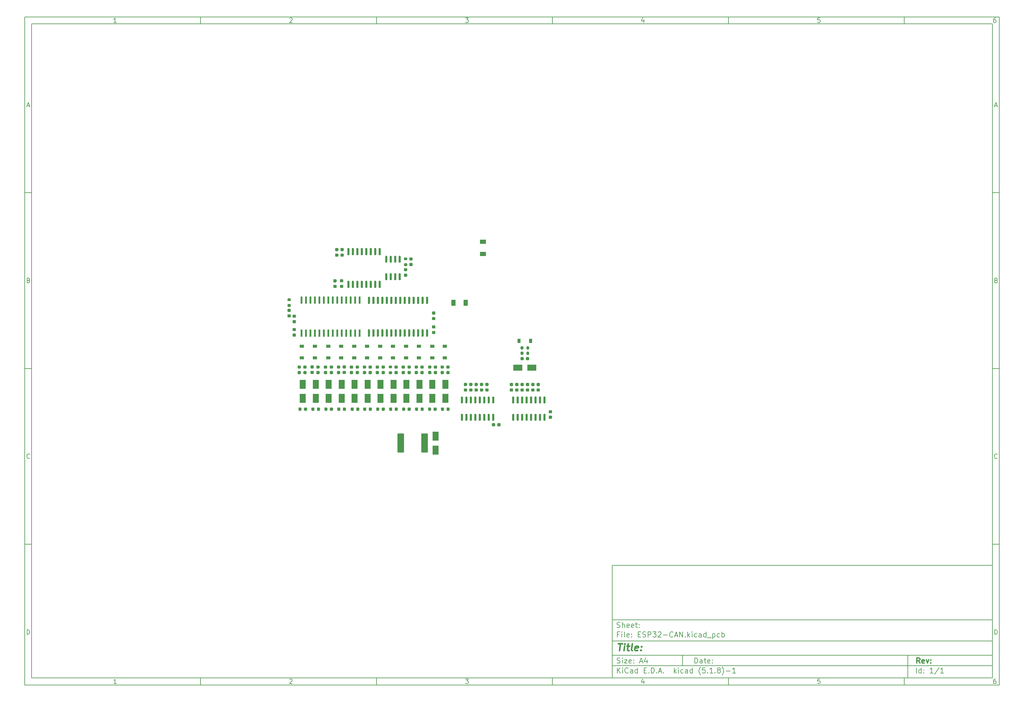
<source format=gbp>
G04 #@! TF.GenerationSoftware,KiCad,Pcbnew,(5.1.8)-1*
G04 #@! TF.CreationDate,2021-04-07T18:57:24+08:00*
G04 #@! TF.ProjectId,ESP32-CAN,45535033-322d-4434-914e-2e6b69636164,rev?*
G04 #@! TF.SameCoordinates,Original*
G04 #@! TF.FileFunction,Paste,Bot*
G04 #@! TF.FilePolarity,Positive*
%FSLAX46Y46*%
G04 Gerber Fmt 4.6, Leading zero omitted, Abs format (unit mm)*
G04 Created by KiCad (PCBNEW (5.1.8)-1) date 2021-04-07 18:57:24*
%MOMM*%
%LPD*%
G01*
G04 APERTURE LIST*
%ADD10C,0.100000*%
%ADD11C,0.150000*%
%ADD12C,0.300000*%
%ADD13C,0.400000*%
%ADD14R,1.800000X2.500000*%
%ADD15R,2.500000X1.800000*%
%ADD16R,1.200000X0.900000*%
%ADD17R,0.900000X1.200000*%
%ADD18R,1.300000X1.700000*%
%ADD19R,1.700000X1.300000*%
%ADD20R,0.600000X2.000000*%
G04 APERTURE END LIST*
D10*
D11*
X177002200Y-166007200D02*
X177002200Y-198007200D01*
X285002200Y-198007200D01*
X285002200Y-166007200D01*
X177002200Y-166007200D01*
D10*
D11*
X10000000Y-10000000D02*
X10000000Y-200007200D01*
X287002200Y-200007200D01*
X287002200Y-10000000D01*
X10000000Y-10000000D01*
D10*
D11*
X12000000Y-12000000D02*
X12000000Y-198007200D01*
X285002200Y-198007200D01*
X285002200Y-12000000D01*
X12000000Y-12000000D01*
D10*
D11*
X60000000Y-12000000D02*
X60000000Y-10000000D01*
D10*
D11*
X110000000Y-12000000D02*
X110000000Y-10000000D01*
D10*
D11*
X160000000Y-12000000D02*
X160000000Y-10000000D01*
D10*
D11*
X210000000Y-12000000D02*
X210000000Y-10000000D01*
D10*
D11*
X260000000Y-12000000D02*
X260000000Y-10000000D01*
D10*
D11*
X36065476Y-11588095D02*
X35322619Y-11588095D01*
X35694047Y-11588095D02*
X35694047Y-10288095D01*
X35570238Y-10473809D01*
X35446428Y-10597619D01*
X35322619Y-10659523D01*
D10*
D11*
X85322619Y-10411904D02*
X85384523Y-10350000D01*
X85508333Y-10288095D01*
X85817857Y-10288095D01*
X85941666Y-10350000D01*
X86003571Y-10411904D01*
X86065476Y-10535714D01*
X86065476Y-10659523D01*
X86003571Y-10845238D01*
X85260714Y-11588095D01*
X86065476Y-11588095D01*
D10*
D11*
X135260714Y-10288095D02*
X136065476Y-10288095D01*
X135632142Y-10783333D01*
X135817857Y-10783333D01*
X135941666Y-10845238D01*
X136003571Y-10907142D01*
X136065476Y-11030952D01*
X136065476Y-11340476D01*
X136003571Y-11464285D01*
X135941666Y-11526190D01*
X135817857Y-11588095D01*
X135446428Y-11588095D01*
X135322619Y-11526190D01*
X135260714Y-11464285D01*
D10*
D11*
X185941666Y-10721428D02*
X185941666Y-11588095D01*
X185632142Y-10226190D02*
X185322619Y-11154761D01*
X186127380Y-11154761D01*
D10*
D11*
X236003571Y-10288095D02*
X235384523Y-10288095D01*
X235322619Y-10907142D01*
X235384523Y-10845238D01*
X235508333Y-10783333D01*
X235817857Y-10783333D01*
X235941666Y-10845238D01*
X236003571Y-10907142D01*
X236065476Y-11030952D01*
X236065476Y-11340476D01*
X236003571Y-11464285D01*
X235941666Y-11526190D01*
X235817857Y-11588095D01*
X235508333Y-11588095D01*
X235384523Y-11526190D01*
X235322619Y-11464285D01*
D10*
D11*
X285941666Y-10288095D02*
X285694047Y-10288095D01*
X285570238Y-10350000D01*
X285508333Y-10411904D01*
X285384523Y-10597619D01*
X285322619Y-10845238D01*
X285322619Y-11340476D01*
X285384523Y-11464285D01*
X285446428Y-11526190D01*
X285570238Y-11588095D01*
X285817857Y-11588095D01*
X285941666Y-11526190D01*
X286003571Y-11464285D01*
X286065476Y-11340476D01*
X286065476Y-11030952D01*
X286003571Y-10907142D01*
X285941666Y-10845238D01*
X285817857Y-10783333D01*
X285570238Y-10783333D01*
X285446428Y-10845238D01*
X285384523Y-10907142D01*
X285322619Y-11030952D01*
D10*
D11*
X60000000Y-198007200D02*
X60000000Y-200007200D01*
D10*
D11*
X110000000Y-198007200D02*
X110000000Y-200007200D01*
D10*
D11*
X160000000Y-198007200D02*
X160000000Y-200007200D01*
D10*
D11*
X210000000Y-198007200D02*
X210000000Y-200007200D01*
D10*
D11*
X260000000Y-198007200D02*
X260000000Y-200007200D01*
D10*
D11*
X36065476Y-199595295D02*
X35322619Y-199595295D01*
X35694047Y-199595295D02*
X35694047Y-198295295D01*
X35570238Y-198481009D01*
X35446428Y-198604819D01*
X35322619Y-198666723D01*
D10*
D11*
X85322619Y-198419104D02*
X85384523Y-198357200D01*
X85508333Y-198295295D01*
X85817857Y-198295295D01*
X85941666Y-198357200D01*
X86003571Y-198419104D01*
X86065476Y-198542914D01*
X86065476Y-198666723D01*
X86003571Y-198852438D01*
X85260714Y-199595295D01*
X86065476Y-199595295D01*
D10*
D11*
X135260714Y-198295295D02*
X136065476Y-198295295D01*
X135632142Y-198790533D01*
X135817857Y-198790533D01*
X135941666Y-198852438D01*
X136003571Y-198914342D01*
X136065476Y-199038152D01*
X136065476Y-199347676D01*
X136003571Y-199471485D01*
X135941666Y-199533390D01*
X135817857Y-199595295D01*
X135446428Y-199595295D01*
X135322619Y-199533390D01*
X135260714Y-199471485D01*
D10*
D11*
X185941666Y-198728628D02*
X185941666Y-199595295D01*
X185632142Y-198233390D02*
X185322619Y-199161961D01*
X186127380Y-199161961D01*
D10*
D11*
X236003571Y-198295295D02*
X235384523Y-198295295D01*
X235322619Y-198914342D01*
X235384523Y-198852438D01*
X235508333Y-198790533D01*
X235817857Y-198790533D01*
X235941666Y-198852438D01*
X236003571Y-198914342D01*
X236065476Y-199038152D01*
X236065476Y-199347676D01*
X236003571Y-199471485D01*
X235941666Y-199533390D01*
X235817857Y-199595295D01*
X235508333Y-199595295D01*
X235384523Y-199533390D01*
X235322619Y-199471485D01*
D10*
D11*
X285941666Y-198295295D02*
X285694047Y-198295295D01*
X285570238Y-198357200D01*
X285508333Y-198419104D01*
X285384523Y-198604819D01*
X285322619Y-198852438D01*
X285322619Y-199347676D01*
X285384523Y-199471485D01*
X285446428Y-199533390D01*
X285570238Y-199595295D01*
X285817857Y-199595295D01*
X285941666Y-199533390D01*
X286003571Y-199471485D01*
X286065476Y-199347676D01*
X286065476Y-199038152D01*
X286003571Y-198914342D01*
X285941666Y-198852438D01*
X285817857Y-198790533D01*
X285570238Y-198790533D01*
X285446428Y-198852438D01*
X285384523Y-198914342D01*
X285322619Y-199038152D01*
D10*
D11*
X10000000Y-60000000D02*
X12000000Y-60000000D01*
D10*
D11*
X10000000Y-110000000D02*
X12000000Y-110000000D01*
D10*
D11*
X10000000Y-160000000D02*
X12000000Y-160000000D01*
D10*
D11*
X10690476Y-35216666D02*
X11309523Y-35216666D01*
X10566666Y-35588095D02*
X11000000Y-34288095D01*
X11433333Y-35588095D01*
D10*
D11*
X11092857Y-84907142D02*
X11278571Y-84969047D01*
X11340476Y-85030952D01*
X11402380Y-85154761D01*
X11402380Y-85340476D01*
X11340476Y-85464285D01*
X11278571Y-85526190D01*
X11154761Y-85588095D01*
X10659523Y-85588095D01*
X10659523Y-84288095D01*
X11092857Y-84288095D01*
X11216666Y-84350000D01*
X11278571Y-84411904D01*
X11340476Y-84535714D01*
X11340476Y-84659523D01*
X11278571Y-84783333D01*
X11216666Y-84845238D01*
X11092857Y-84907142D01*
X10659523Y-84907142D01*
D10*
D11*
X11402380Y-135464285D02*
X11340476Y-135526190D01*
X11154761Y-135588095D01*
X11030952Y-135588095D01*
X10845238Y-135526190D01*
X10721428Y-135402380D01*
X10659523Y-135278571D01*
X10597619Y-135030952D01*
X10597619Y-134845238D01*
X10659523Y-134597619D01*
X10721428Y-134473809D01*
X10845238Y-134350000D01*
X11030952Y-134288095D01*
X11154761Y-134288095D01*
X11340476Y-134350000D01*
X11402380Y-134411904D01*
D10*
D11*
X10659523Y-185588095D02*
X10659523Y-184288095D01*
X10969047Y-184288095D01*
X11154761Y-184350000D01*
X11278571Y-184473809D01*
X11340476Y-184597619D01*
X11402380Y-184845238D01*
X11402380Y-185030952D01*
X11340476Y-185278571D01*
X11278571Y-185402380D01*
X11154761Y-185526190D01*
X10969047Y-185588095D01*
X10659523Y-185588095D01*
D10*
D11*
X287002200Y-60000000D02*
X285002200Y-60000000D01*
D10*
D11*
X287002200Y-110000000D02*
X285002200Y-110000000D01*
D10*
D11*
X287002200Y-160000000D02*
X285002200Y-160000000D01*
D10*
D11*
X285692676Y-35216666D02*
X286311723Y-35216666D01*
X285568866Y-35588095D02*
X286002200Y-34288095D01*
X286435533Y-35588095D01*
D10*
D11*
X286095057Y-84907142D02*
X286280771Y-84969047D01*
X286342676Y-85030952D01*
X286404580Y-85154761D01*
X286404580Y-85340476D01*
X286342676Y-85464285D01*
X286280771Y-85526190D01*
X286156961Y-85588095D01*
X285661723Y-85588095D01*
X285661723Y-84288095D01*
X286095057Y-84288095D01*
X286218866Y-84350000D01*
X286280771Y-84411904D01*
X286342676Y-84535714D01*
X286342676Y-84659523D01*
X286280771Y-84783333D01*
X286218866Y-84845238D01*
X286095057Y-84907142D01*
X285661723Y-84907142D01*
D10*
D11*
X286404580Y-135464285D02*
X286342676Y-135526190D01*
X286156961Y-135588095D01*
X286033152Y-135588095D01*
X285847438Y-135526190D01*
X285723628Y-135402380D01*
X285661723Y-135278571D01*
X285599819Y-135030952D01*
X285599819Y-134845238D01*
X285661723Y-134597619D01*
X285723628Y-134473809D01*
X285847438Y-134350000D01*
X286033152Y-134288095D01*
X286156961Y-134288095D01*
X286342676Y-134350000D01*
X286404580Y-134411904D01*
D10*
D11*
X285661723Y-185588095D02*
X285661723Y-184288095D01*
X285971247Y-184288095D01*
X286156961Y-184350000D01*
X286280771Y-184473809D01*
X286342676Y-184597619D01*
X286404580Y-184845238D01*
X286404580Y-185030952D01*
X286342676Y-185278571D01*
X286280771Y-185402380D01*
X286156961Y-185526190D01*
X285971247Y-185588095D01*
X285661723Y-185588095D01*
D10*
D11*
X200434342Y-193785771D02*
X200434342Y-192285771D01*
X200791485Y-192285771D01*
X201005771Y-192357200D01*
X201148628Y-192500057D01*
X201220057Y-192642914D01*
X201291485Y-192928628D01*
X201291485Y-193142914D01*
X201220057Y-193428628D01*
X201148628Y-193571485D01*
X201005771Y-193714342D01*
X200791485Y-193785771D01*
X200434342Y-193785771D01*
X202577200Y-193785771D02*
X202577200Y-193000057D01*
X202505771Y-192857200D01*
X202362914Y-192785771D01*
X202077200Y-192785771D01*
X201934342Y-192857200D01*
X202577200Y-193714342D02*
X202434342Y-193785771D01*
X202077200Y-193785771D01*
X201934342Y-193714342D01*
X201862914Y-193571485D01*
X201862914Y-193428628D01*
X201934342Y-193285771D01*
X202077200Y-193214342D01*
X202434342Y-193214342D01*
X202577200Y-193142914D01*
X203077200Y-192785771D02*
X203648628Y-192785771D01*
X203291485Y-192285771D02*
X203291485Y-193571485D01*
X203362914Y-193714342D01*
X203505771Y-193785771D01*
X203648628Y-193785771D01*
X204720057Y-193714342D02*
X204577200Y-193785771D01*
X204291485Y-193785771D01*
X204148628Y-193714342D01*
X204077200Y-193571485D01*
X204077200Y-193000057D01*
X204148628Y-192857200D01*
X204291485Y-192785771D01*
X204577200Y-192785771D01*
X204720057Y-192857200D01*
X204791485Y-193000057D01*
X204791485Y-193142914D01*
X204077200Y-193285771D01*
X205434342Y-193642914D02*
X205505771Y-193714342D01*
X205434342Y-193785771D01*
X205362914Y-193714342D01*
X205434342Y-193642914D01*
X205434342Y-193785771D01*
X205434342Y-192857200D02*
X205505771Y-192928628D01*
X205434342Y-193000057D01*
X205362914Y-192928628D01*
X205434342Y-192857200D01*
X205434342Y-193000057D01*
D10*
D11*
X177002200Y-194507200D02*
X285002200Y-194507200D01*
D10*
D11*
X178434342Y-196585771D02*
X178434342Y-195085771D01*
X179291485Y-196585771D02*
X178648628Y-195728628D01*
X179291485Y-195085771D02*
X178434342Y-195942914D01*
X179934342Y-196585771D02*
X179934342Y-195585771D01*
X179934342Y-195085771D02*
X179862914Y-195157200D01*
X179934342Y-195228628D01*
X180005771Y-195157200D01*
X179934342Y-195085771D01*
X179934342Y-195228628D01*
X181505771Y-196442914D02*
X181434342Y-196514342D01*
X181220057Y-196585771D01*
X181077200Y-196585771D01*
X180862914Y-196514342D01*
X180720057Y-196371485D01*
X180648628Y-196228628D01*
X180577200Y-195942914D01*
X180577200Y-195728628D01*
X180648628Y-195442914D01*
X180720057Y-195300057D01*
X180862914Y-195157200D01*
X181077200Y-195085771D01*
X181220057Y-195085771D01*
X181434342Y-195157200D01*
X181505771Y-195228628D01*
X182791485Y-196585771D02*
X182791485Y-195800057D01*
X182720057Y-195657200D01*
X182577200Y-195585771D01*
X182291485Y-195585771D01*
X182148628Y-195657200D01*
X182791485Y-196514342D02*
X182648628Y-196585771D01*
X182291485Y-196585771D01*
X182148628Y-196514342D01*
X182077200Y-196371485D01*
X182077200Y-196228628D01*
X182148628Y-196085771D01*
X182291485Y-196014342D01*
X182648628Y-196014342D01*
X182791485Y-195942914D01*
X184148628Y-196585771D02*
X184148628Y-195085771D01*
X184148628Y-196514342D02*
X184005771Y-196585771D01*
X183720057Y-196585771D01*
X183577200Y-196514342D01*
X183505771Y-196442914D01*
X183434342Y-196300057D01*
X183434342Y-195871485D01*
X183505771Y-195728628D01*
X183577200Y-195657200D01*
X183720057Y-195585771D01*
X184005771Y-195585771D01*
X184148628Y-195657200D01*
X186005771Y-195800057D02*
X186505771Y-195800057D01*
X186720057Y-196585771D02*
X186005771Y-196585771D01*
X186005771Y-195085771D01*
X186720057Y-195085771D01*
X187362914Y-196442914D02*
X187434342Y-196514342D01*
X187362914Y-196585771D01*
X187291485Y-196514342D01*
X187362914Y-196442914D01*
X187362914Y-196585771D01*
X188077200Y-196585771D02*
X188077200Y-195085771D01*
X188434342Y-195085771D01*
X188648628Y-195157200D01*
X188791485Y-195300057D01*
X188862914Y-195442914D01*
X188934342Y-195728628D01*
X188934342Y-195942914D01*
X188862914Y-196228628D01*
X188791485Y-196371485D01*
X188648628Y-196514342D01*
X188434342Y-196585771D01*
X188077200Y-196585771D01*
X189577200Y-196442914D02*
X189648628Y-196514342D01*
X189577200Y-196585771D01*
X189505771Y-196514342D01*
X189577200Y-196442914D01*
X189577200Y-196585771D01*
X190220057Y-196157200D02*
X190934342Y-196157200D01*
X190077200Y-196585771D02*
X190577200Y-195085771D01*
X191077200Y-196585771D01*
X191577200Y-196442914D02*
X191648628Y-196514342D01*
X191577200Y-196585771D01*
X191505771Y-196514342D01*
X191577200Y-196442914D01*
X191577200Y-196585771D01*
X194577200Y-196585771D02*
X194577200Y-195085771D01*
X194720057Y-196014342D02*
X195148628Y-196585771D01*
X195148628Y-195585771D02*
X194577200Y-196157200D01*
X195791485Y-196585771D02*
X195791485Y-195585771D01*
X195791485Y-195085771D02*
X195720057Y-195157200D01*
X195791485Y-195228628D01*
X195862914Y-195157200D01*
X195791485Y-195085771D01*
X195791485Y-195228628D01*
X197148628Y-196514342D02*
X197005771Y-196585771D01*
X196720057Y-196585771D01*
X196577200Y-196514342D01*
X196505771Y-196442914D01*
X196434342Y-196300057D01*
X196434342Y-195871485D01*
X196505771Y-195728628D01*
X196577200Y-195657200D01*
X196720057Y-195585771D01*
X197005771Y-195585771D01*
X197148628Y-195657200D01*
X198434342Y-196585771D02*
X198434342Y-195800057D01*
X198362914Y-195657200D01*
X198220057Y-195585771D01*
X197934342Y-195585771D01*
X197791485Y-195657200D01*
X198434342Y-196514342D02*
X198291485Y-196585771D01*
X197934342Y-196585771D01*
X197791485Y-196514342D01*
X197720057Y-196371485D01*
X197720057Y-196228628D01*
X197791485Y-196085771D01*
X197934342Y-196014342D01*
X198291485Y-196014342D01*
X198434342Y-195942914D01*
X199791485Y-196585771D02*
X199791485Y-195085771D01*
X199791485Y-196514342D02*
X199648628Y-196585771D01*
X199362914Y-196585771D01*
X199220057Y-196514342D01*
X199148628Y-196442914D01*
X199077200Y-196300057D01*
X199077200Y-195871485D01*
X199148628Y-195728628D01*
X199220057Y-195657200D01*
X199362914Y-195585771D01*
X199648628Y-195585771D01*
X199791485Y-195657200D01*
X202077200Y-197157200D02*
X202005771Y-197085771D01*
X201862914Y-196871485D01*
X201791485Y-196728628D01*
X201720057Y-196514342D01*
X201648628Y-196157200D01*
X201648628Y-195871485D01*
X201720057Y-195514342D01*
X201791485Y-195300057D01*
X201862914Y-195157200D01*
X202005771Y-194942914D01*
X202077200Y-194871485D01*
X203362914Y-195085771D02*
X202648628Y-195085771D01*
X202577200Y-195800057D01*
X202648628Y-195728628D01*
X202791485Y-195657200D01*
X203148628Y-195657200D01*
X203291485Y-195728628D01*
X203362914Y-195800057D01*
X203434342Y-195942914D01*
X203434342Y-196300057D01*
X203362914Y-196442914D01*
X203291485Y-196514342D01*
X203148628Y-196585771D01*
X202791485Y-196585771D01*
X202648628Y-196514342D01*
X202577200Y-196442914D01*
X204077200Y-196442914D02*
X204148628Y-196514342D01*
X204077200Y-196585771D01*
X204005771Y-196514342D01*
X204077200Y-196442914D01*
X204077200Y-196585771D01*
X205577200Y-196585771D02*
X204720057Y-196585771D01*
X205148628Y-196585771D02*
X205148628Y-195085771D01*
X205005771Y-195300057D01*
X204862914Y-195442914D01*
X204720057Y-195514342D01*
X206220057Y-196442914D02*
X206291485Y-196514342D01*
X206220057Y-196585771D01*
X206148628Y-196514342D01*
X206220057Y-196442914D01*
X206220057Y-196585771D01*
X207148628Y-195728628D02*
X207005771Y-195657200D01*
X206934342Y-195585771D01*
X206862914Y-195442914D01*
X206862914Y-195371485D01*
X206934342Y-195228628D01*
X207005771Y-195157200D01*
X207148628Y-195085771D01*
X207434342Y-195085771D01*
X207577200Y-195157200D01*
X207648628Y-195228628D01*
X207720057Y-195371485D01*
X207720057Y-195442914D01*
X207648628Y-195585771D01*
X207577200Y-195657200D01*
X207434342Y-195728628D01*
X207148628Y-195728628D01*
X207005771Y-195800057D01*
X206934342Y-195871485D01*
X206862914Y-196014342D01*
X206862914Y-196300057D01*
X206934342Y-196442914D01*
X207005771Y-196514342D01*
X207148628Y-196585771D01*
X207434342Y-196585771D01*
X207577200Y-196514342D01*
X207648628Y-196442914D01*
X207720057Y-196300057D01*
X207720057Y-196014342D01*
X207648628Y-195871485D01*
X207577200Y-195800057D01*
X207434342Y-195728628D01*
X208220057Y-197157200D02*
X208291485Y-197085771D01*
X208434342Y-196871485D01*
X208505771Y-196728628D01*
X208577200Y-196514342D01*
X208648628Y-196157200D01*
X208648628Y-195871485D01*
X208577200Y-195514342D01*
X208505771Y-195300057D01*
X208434342Y-195157200D01*
X208291485Y-194942914D01*
X208220057Y-194871485D01*
X209362914Y-196014342D02*
X210505771Y-196014342D01*
X212005771Y-196585771D02*
X211148628Y-196585771D01*
X211577200Y-196585771D02*
X211577200Y-195085771D01*
X211434342Y-195300057D01*
X211291485Y-195442914D01*
X211148628Y-195514342D01*
D10*
D11*
X177002200Y-191507200D02*
X285002200Y-191507200D01*
D10*
D12*
X264411485Y-193785771D02*
X263911485Y-193071485D01*
X263554342Y-193785771D02*
X263554342Y-192285771D01*
X264125771Y-192285771D01*
X264268628Y-192357200D01*
X264340057Y-192428628D01*
X264411485Y-192571485D01*
X264411485Y-192785771D01*
X264340057Y-192928628D01*
X264268628Y-193000057D01*
X264125771Y-193071485D01*
X263554342Y-193071485D01*
X265625771Y-193714342D02*
X265482914Y-193785771D01*
X265197200Y-193785771D01*
X265054342Y-193714342D01*
X264982914Y-193571485D01*
X264982914Y-193000057D01*
X265054342Y-192857200D01*
X265197200Y-192785771D01*
X265482914Y-192785771D01*
X265625771Y-192857200D01*
X265697200Y-193000057D01*
X265697200Y-193142914D01*
X264982914Y-193285771D01*
X266197200Y-192785771D02*
X266554342Y-193785771D01*
X266911485Y-192785771D01*
X267482914Y-193642914D02*
X267554342Y-193714342D01*
X267482914Y-193785771D01*
X267411485Y-193714342D01*
X267482914Y-193642914D01*
X267482914Y-193785771D01*
X267482914Y-192857200D02*
X267554342Y-192928628D01*
X267482914Y-193000057D01*
X267411485Y-192928628D01*
X267482914Y-192857200D01*
X267482914Y-193000057D01*
D10*
D11*
X178362914Y-193714342D02*
X178577200Y-193785771D01*
X178934342Y-193785771D01*
X179077200Y-193714342D01*
X179148628Y-193642914D01*
X179220057Y-193500057D01*
X179220057Y-193357200D01*
X179148628Y-193214342D01*
X179077200Y-193142914D01*
X178934342Y-193071485D01*
X178648628Y-193000057D01*
X178505771Y-192928628D01*
X178434342Y-192857200D01*
X178362914Y-192714342D01*
X178362914Y-192571485D01*
X178434342Y-192428628D01*
X178505771Y-192357200D01*
X178648628Y-192285771D01*
X179005771Y-192285771D01*
X179220057Y-192357200D01*
X179862914Y-193785771D02*
X179862914Y-192785771D01*
X179862914Y-192285771D02*
X179791485Y-192357200D01*
X179862914Y-192428628D01*
X179934342Y-192357200D01*
X179862914Y-192285771D01*
X179862914Y-192428628D01*
X180434342Y-192785771D02*
X181220057Y-192785771D01*
X180434342Y-193785771D01*
X181220057Y-193785771D01*
X182362914Y-193714342D02*
X182220057Y-193785771D01*
X181934342Y-193785771D01*
X181791485Y-193714342D01*
X181720057Y-193571485D01*
X181720057Y-193000057D01*
X181791485Y-192857200D01*
X181934342Y-192785771D01*
X182220057Y-192785771D01*
X182362914Y-192857200D01*
X182434342Y-193000057D01*
X182434342Y-193142914D01*
X181720057Y-193285771D01*
X183077200Y-193642914D02*
X183148628Y-193714342D01*
X183077200Y-193785771D01*
X183005771Y-193714342D01*
X183077200Y-193642914D01*
X183077200Y-193785771D01*
X183077200Y-192857200D02*
X183148628Y-192928628D01*
X183077200Y-193000057D01*
X183005771Y-192928628D01*
X183077200Y-192857200D01*
X183077200Y-193000057D01*
X184862914Y-193357200D02*
X185577200Y-193357200D01*
X184720057Y-193785771D02*
X185220057Y-192285771D01*
X185720057Y-193785771D01*
X186862914Y-192785771D02*
X186862914Y-193785771D01*
X186505771Y-192214342D02*
X186148628Y-193285771D01*
X187077200Y-193285771D01*
D10*
D11*
X263434342Y-196585771D02*
X263434342Y-195085771D01*
X264791485Y-196585771D02*
X264791485Y-195085771D01*
X264791485Y-196514342D02*
X264648628Y-196585771D01*
X264362914Y-196585771D01*
X264220057Y-196514342D01*
X264148628Y-196442914D01*
X264077200Y-196300057D01*
X264077200Y-195871485D01*
X264148628Y-195728628D01*
X264220057Y-195657200D01*
X264362914Y-195585771D01*
X264648628Y-195585771D01*
X264791485Y-195657200D01*
X265505771Y-196442914D02*
X265577200Y-196514342D01*
X265505771Y-196585771D01*
X265434342Y-196514342D01*
X265505771Y-196442914D01*
X265505771Y-196585771D01*
X265505771Y-195657200D02*
X265577200Y-195728628D01*
X265505771Y-195800057D01*
X265434342Y-195728628D01*
X265505771Y-195657200D01*
X265505771Y-195800057D01*
X268148628Y-196585771D02*
X267291485Y-196585771D01*
X267720057Y-196585771D02*
X267720057Y-195085771D01*
X267577200Y-195300057D01*
X267434342Y-195442914D01*
X267291485Y-195514342D01*
X269862914Y-195014342D02*
X268577200Y-196942914D01*
X271148628Y-196585771D02*
X270291485Y-196585771D01*
X270720057Y-196585771D02*
X270720057Y-195085771D01*
X270577200Y-195300057D01*
X270434342Y-195442914D01*
X270291485Y-195514342D01*
D10*
D11*
X177002200Y-187507200D02*
X285002200Y-187507200D01*
D10*
D13*
X178714580Y-188211961D02*
X179857438Y-188211961D01*
X179036009Y-190211961D02*
X179286009Y-188211961D01*
X180274104Y-190211961D02*
X180440771Y-188878628D01*
X180524104Y-188211961D02*
X180416961Y-188307200D01*
X180500295Y-188402438D01*
X180607438Y-188307200D01*
X180524104Y-188211961D01*
X180500295Y-188402438D01*
X181107438Y-188878628D02*
X181869342Y-188878628D01*
X181476485Y-188211961D02*
X181262200Y-189926247D01*
X181333628Y-190116723D01*
X181512200Y-190211961D01*
X181702676Y-190211961D01*
X182655057Y-190211961D02*
X182476485Y-190116723D01*
X182405057Y-189926247D01*
X182619342Y-188211961D01*
X184190771Y-190116723D02*
X183988390Y-190211961D01*
X183607438Y-190211961D01*
X183428866Y-190116723D01*
X183357438Y-189926247D01*
X183452676Y-189164342D01*
X183571723Y-188973866D01*
X183774104Y-188878628D01*
X184155057Y-188878628D01*
X184333628Y-188973866D01*
X184405057Y-189164342D01*
X184381247Y-189354819D01*
X183405057Y-189545295D01*
X185155057Y-190021485D02*
X185238390Y-190116723D01*
X185131247Y-190211961D01*
X185047914Y-190116723D01*
X185155057Y-190021485D01*
X185131247Y-190211961D01*
X185286009Y-188973866D02*
X185369342Y-189069104D01*
X185262200Y-189164342D01*
X185178866Y-189069104D01*
X185286009Y-188973866D01*
X185262200Y-189164342D01*
D10*
D11*
X178934342Y-185600057D02*
X178434342Y-185600057D01*
X178434342Y-186385771D02*
X178434342Y-184885771D01*
X179148628Y-184885771D01*
X179720057Y-186385771D02*
X179720057Y-185385771D01*
X179720057Y-184885771D02*
X179648628Y-184957200D01*
X179720057Y-185028628D01*
X179791485Y-184957200D01*
X179720057Y-184885771D01*
X179720057Y-185028628D01*
X180648628Y-186385771D02*
X180505771Y-186314342D01*
X180434342Y-186171485D01*
X180434342Y-184885771D01*
X181791485Y-186314342D02*
X181648628Y-186385771D01*
X181362914Y-186385771D01*
X181220057Y-186314342D01*
X181148628Y-186171485D01*
X181148628Y-185600057D01*
X181220057Y-185457200D01*
X181362914Y-185385771D01*
X181648628Y-185385771D01*
X181791485Y-185457200D01*
X181862914Y-185600057D01*
X181862914Y-185742914D01*
X181148628Y-185885771D01*
X182505771Y-186242914D02*
X182577200Y-186314342D01*
X182505771Y-186385771D01*
X182434342Y-186314342D01*
X182505771Y-186242914D01*
X182505771Y-186385771D01*
X182505771Y-185457200D02*
X182577200Y-185528628D01*
X182505771Y-185600057D01*
X182434342Y-185528628D01*
X182505771Y-185457200D01*
X182505771Y-185600057D01*
X184362914Y-185600057D02*
X184862914Y-185600057D01*
X185077200Y-186385771D02*
X184362914Y-186385771D01*
X184362914Y-184885771D01*
X185077200Y-184885771D01*
X185648628Y-186314342D02*
X185862914Y-186385771D01*
X186220057Y-186385771D01*
X186362914Y-186314342D01*
X186434342Y-186242914D01*
X186505771Y-186100057D01*
X186505771Y-185957200D01*
X186434342Y-185814342D01*
X186362914Y-185742914D01*
X186220057Y-185671485D01*
X185934342Y-185600057D01*
X185791485Y-185528628D01*
X185720057Y-185457200D01*
X185648628Y-185314342D01*
X185648628Y-185171485D01*
X185720057Y-185028628D01*
X185791485Y-184957200D01*
X185934342Y-184885771D01*
X186291485Y-184885771D01*
X186505771Y-184957200D01*
X187148628Y-186385771D02*
X187148628Y-184885771D01*
X187720057Y-184885771D01*
X187862914Y-184957200D01*
X187934342Y-185028628D01*
X188005771Y-185171485D01*
X188005771Y-185385771D01*
X187934342Y-185528628D01*
X187862914Y-185600057D01*
X187720057Y-185671485D01*
X187148628Y-185671485D01*
X188505771Y-184885771D02*
X189434342Y-184885771D01*
X188934342Y-185457200D01*
X189148628Y-185457200D01*
X189291485Y-185528628D01*
X189362914Y-185600057D01*
X189434342Y-185742914D01*
X189434342Y-186100057D01*
X189362914Y-186242914D01*
X189291485Y-186314342D01*
X189148628Y-186385771D01*
X188720057Y-186385771D01*
X188577200Y-186314342D01*
X188505771Y-186242914D01*
X190005771Y-185028628D02*
X190077200Y-184957200D01*
X190220057Y-184885771D01*
X190577200Y-184885771D01*
X190720057Y-184957200D01*
X190791485Y-185028628D01*
X190862914Y-185171485D01*
X190862914Y-185314342D01*
X190791485Y-185528628D01*
X189934342Y-186385771D01*
X190862914Y-186385771D01*
X191505771Y-185814342D02*
X192648628Y-185814342D01*
X194220057Y-186242914D02*
X194148628Y-186314342D01*
X193934342Y-186385771D01*
X193791485Y-186385771D01*
X193577200Y-186314342D01*
X193434342Y-186171485D01*
X193362914Y-186028628D01*
X193291485Y-185742914D01*
X193291485Y-185528628D01*
X193362914Y-185242914D01*
X193434342Y-185100057D01*
X193577200Y-184957200D01*
X193791485Y-184885771D01*
X193934342Y-184885771D01*
X194148628Y-184957200D01*
X194220057Y-185028628D01*
X194791485Y-185957200D02*
X195505771Y-185957200D01*
X194648628Y-186385771D02*
X195148628Y-184885771D01*
X195648628Y-186385771D01*
X196148628Y-186385771D02*
X196148628Y-184885771D01*
X197005771Y-186385771D01*
X197005771Y-184885771D01*
X197720057Y-186242914D02*
X197791485Y-186314342D01*
X197720057Y-186385771D01*
X197648628Y-186314342D01*
X197720057Y-186242914D01*
X197720057Y-186385771D01*
X198434342Y-186385771D02*
X198434342Y-184885771D01*
X198577200Y-185814342D02*
X199005771Y-186385771D01*
X199005771Y-185385771D02*
X198434342Y-185957200D01*
X199648628Y-186385771D02*
X199648628Y-185385771D01*
X199648628Y-184885771D02*
X199577200Y-184957200D01*
X199648628Y-185028628D01*
X199720057Y-184957200D01*
X199648628Y-184885771D01*
X199648628Y-185028628D01*
X201005771Y-186314342D02*
X200862914Y-186385771D01*
X200577200Y-186385771D01*
X200434342Y-186314342D01*
X200362914Y-186242914D01*
X200291485Y-186100057D01*
X200291485Y-185671485D01*
X200362914Y-185528628D01*
X200434342Y-185457200D01*
X200577200Y-185385771D01*
X200862914Y-185385771D01*
X201005771Y-185457200D01*
X202291485Y-186385771D02*
X202291485Y-185600057D01*
X202220057Y-185457200D01*
X202077200Y-185385771D01*
X201791485Y-185385771D01*
X201648628Y-185457200D01*
X202291485Y-186314342D02*
X202148628Y-186385771D01*
X201791485Y-186385771D01*
X201648628Y-186314342D01*
X201577200Y-186171485D01*
X201577200Y-186028628D01*
X201648628Y-185885771D01*
X201791485Y-185814342D01*
X202148628Y-185814342D01*
X202291485Y-185742914D01*
X203648628Y-186385771D02*
X203648628Y-184885771D01*
X203648628Y-186314342D02*
X203505771Y-186385771D01*
X203220057Y-186385771D01*
X203077200Y-186314342D01*
X203005771Y-186242914D01*
X202934342Y-186100057D01*
X202934342Y-185671485D01*
X203005771Y-185528628D01*
X203077200Y-185457200D01*
X203220057Y-185385771D01*
X203505771Y-185385771D01*
X203648628Y-185457200D01*
X204005771Y-186528628D02*
X205148628Y-186528628D01*
X205505771Y-185385771D02*
X205505771Y-186885771D01*
X205505771Y-185457200D02*
X205648628Y-185385771D01*
X205934342Y-185385771D01*
X206077200Y-185457200D01*
X206148628Y-185528628D01*
X206220057Y-185671485D01*
X206220057Y-186100057D01*
X206148628Y-186242914D01*
X206077200Y-186314342D01*
X205934342Y-186385771D01*
X205648628Y-186385771D01*
X205505771Y-186314342D01*
X207505771Y-186314342D02*
X207362914Y-186385771D01*
X207077200Y-186385771D01*
X206934342Y-186314342D01*
X206862914Y-186242914D01*
X206791485Y-186100057D01*
X206791485Y-185671485D01*
X206862914Y-185528628D01*
X206934342Y-185457200D01*
X207077200Y-185385771D01*
X207362914Y-185385771D01*
X207505771Y-185457200D01*
X208148628Y-186385771D02*
X208148628Y-184885771D01*
X208148628Y-185457200D02*
X208291485Y-185385771D01*
X208577200Y-185385771D01*
X208720057Y-185457200D01*
X208791485Y-185528628D01*
X208862914Y-185671485D01*
X208862914Y-186100057D01*
X208791485Y-186242914D01*
X208720057Y-186314342D01*
X208577200Y-186385771D01*
X208291485Y-186385771D01*
X208148628Y-186314342D01*
D10*
D11*
X177002200Y-181507200D02*
X285002200Y-181507200D01*
D10*
D11*
X178362914Y-183614342D02*
X178577200Y-183685771D01*
X178934342Y-183685771D01*
X179077200Y-183614342D01*
X179148628Y-183542914D01*
X179220057Y-183400057D01*
X179220057Y-183257200D01*
X179148628Y-183114342D01*
X179077200Y-183042914D01*
X178934342Y-182971485D01*
X178648628Y-182900057D01*
X178505771Y-182828628D01*
X178434342Y-182757200D01*
X178362914Y-182614342D01*
X178362914Y-182471485D01*
X178434342Y-182328628D01*
X178505771Y-182257200D01*
X178648628Y-182185771D01*
X179005771Y-182185771D01*
X179220057Y-182257200D01*
X179862914Y-183685771D02*
X179862914Y-182185771D01*
X180505771Y-183685771D02*
X180505771Y-182900057D01*
X180434342Y-182757200D01*
X180291485Y-182685771D01*
X180077200Y-182685771D01*
X179934342Y-182757200D01*
X179862914Y-182828628D01*
X181791485Y-183614342D02*
X181648628Y-183685771D01*
X181362914Y-183685771D01*
X181220057Y-183614342D01*
X181148628Y-183471485D01*
X181148628Y-182900057D01*
X181220057Y-182757200D01*
X181362914Y-182685771D01*
X181648628Y-182685771D01*
X181791485Y-182757200D01*
X181862914Y-182900057D01*
X181862914Y-183042914D01*
X181148628Y-183185771D01*
X183077200Y-183614342D02*
X182934342Y-183685771D01*
X182648628Y-183685771D01*
X182505771Y-183614342D01*
X182434342Y-183471485D01*
X182434342Y-182900057D01*
X182505771Y-182757200D01*
X182648628Y-182685771D01*
X182934342Y-182685771D01*
X183077200Y-182757200D01*
X183148628Y-182900057D01*
X183148628Y-183042914D01*
X182434342Y-183185771D01*
X183577200Y-182685771D02*
X184148628Y-182685771D01*
X183791485Y-182185771D02*
X183791485Y-183471485D01*
X183862914Y-183614342D01*
X184005771Y-183685771D01*
X184148628Y-183685771D01*
X184648628Y-183542914D02*
X184720057Y-183614342D01*
X184648628Y-183685771D01*
X184577200Y-183614342D01*
X184648628Y-183542914D01*
X184648628Y-183685771D01*
X184648628Y-182757200D02*
X184720057Y-182828628D01*
X184648628Y-182900057D01*
X184577200Y-182828628D01*
X184648628Y-182757200D01*
X184648628Y-182900057D01*
D10*
D11*
X197002200Y-191507200D02*
X197002200Y-194507200D01*
D10*
D11*
X261002200Y-191507200D02*
X261002200Y-198007200D01*
G36*
G01*
X118512000Y-79204000D02*
X117962000Y-79204000D01*
G75*
G02*
X117762000Y-79004000I0J200000D01*
G01*
X117762000Y-78604000D01*
G75*
G02*
X117962000Y-78404000I200000J0D01*
G01*
X118512000Y-78404000D01*
G75*
G02*
X118712000Y-78604000I0J-200000D01*
G01*
X118712000Y-79004000D01*
G75*
G02*
X118512000Y-79204000I-200000J0D01*
G01*
G37*
G36*
G01*
X118512000Y-80854000D02*
X117962000Y-80854000D01*
G75*
G02*
X117762000Y-80654000I0J200000D01*
G01*
X117762000Y-80254000D01*
G75*
G02*
X117962000Y-80054000I200000J0D01*
G01*
X118512000Y-80054000D01*
G75*
G02*
X118712000Y-80254000I0J-200000D01*
G01*
X118712000Y-80654000D01*
G75*
G02*
X118512000Y-80854000I-200000J0D01*
G01*
G37*
G36*
G01*
X84878500Y-91674500D02*
X85428500Y-91674500D01*
G75*
G02*
X85628500Y-91874500I0J-200000D01*
G01*
X85628500Y-92274500D01*
G75*
G02*
X85428500Y-92474500I-200000J0D01*
G01*
X84878500Y-92474500D01*
G75*
G02*
X84678500Y-92274500I0J200000D01*
G01*
X84678500Y-91874500D01*
G75*
G02*
X84878500Y-91674500I200000J0D01*
G01*
G37*
G36*
G01*
X84878500Y-90024500D02*
X85428500Y-90024500D01*
G75*
G02*
X85628500Y-90224500I0J-200000D01*
G01*
X85628500Y-90624500D01*
G75*
G02*
X85428500Y-90824500I-200000J0D01*
G01*
X84878500Y-90824500D01*
G75*
G02*
X84678500Y-90624500I0J200000D01*
G01*
X84678500Y-90224500D01*
G75*
G02*
X84878500Y-90024500I200000J0D01*
G01*
G37*
G36*
G01*
X84903500Y-94559000D02*
X85403500Y-94559000D01*
G75*
G02*
X85628500Y-94784000I0J-225000D01*
G01*
X85628500Y-95234000D01*
G75*
G02*
X85403500Y-95459000I-225000J0D01*
G01*
X84903500Y-95459000D01*
G75*
G02*
X84678500Y-95234000I0J225000D01*
G01*
X84678500Y-94784000D01*
G75*
G02*
X84903500Y-94559000I225000J0D01*
G01*
G37*
G36*
G01*
X84903500Y-93009000D02*
X85403500Y-93009000D01*
G75*
G02*
X85628500Y-93234000I0J-225000D01*
G01*
X85628500Y-93684000D01*
G75*
G02*
X85403500Y-93909000I-225000J0D01*
G01*
X84903500Y-93909000D01*
G75*
G02*
X84678500Y-93684000I0J225000D01*
G01*
X84678500Y-93234000D01*
G75*
G02*
X84903500Y-93009000I225000J0D01*
G01*
G37*
G36*
G01*
X111021000Y-87082000D02*
X110721000Y-87082000D01*
G75*
G02*
X110571000Y-86932000I0J150000D01*
G01*
X110571000Y-85182000D01*
G75*
G02*
X110721000Y-85032000I150000J0D01*
G01*
X111021000Y-85032000D01*
G75*
G02*
X111171000Y-85182000I0J-150000D01*
G01*
X111171000Y-86932000D01*
G75*
G02*
X111021000Y-87082000I-150000J0D01*
G01*
G37*
G36*
G01*
X109751000Y-87082000D02*
X109451000Y-87082000D01*
G75*
G02*
X109301000Y-86932000I0J150000D01*
G01*
X109301000Y-85182000D01*
G75*
G02*
X109451000Y-85032000I150000J0D01*
G01*
X109751000Y-85032000D01*
G75*
G02*
X109901000Y-85182000I0J-150000D01*
G01*
X109901000Y-86932000D01*
G75*
G02*
X109751000Y-87082000I-150000J0D01*
G01*
G37*
G36*
G01*
X108481000Y-87082000D02*
X108181000Y-87082000D01*
G75*
G02*
X108031000Y-86932000I0J150000D01*
G01*
X108031000Y-85182000D01*
G75*
G02*
X108181000Y-85032000I150000J0D01*
G01*
X108481000Y-85032000D01*
G75*
G02*
X108631000Y-85182000I0J-150000D01*
G01*
X108631000Y-86932000D01*
G75*
G02*
X108481000Y-87082000I-150000J0D01*
G01*
G37*
G36*
G01*
X107211000Y-87082000D02*
X106911000Y-87082000D01*
G75*
G02*
X106761000Y-86932000I0J150000D01*
G01*
X106761000Y-85182000D01*
G75*
G02*
X106911000Y-85032000I150000J0D01*
G01*
X107211000Y-85032000D01*
G75*
G02*
X107361000Y-85182000I0J-150000D01*
G01*
X107361000Y-86932000D01*
G75*
G02*
X107211000Y-87082000I-150000J0D01*
G01*
G37*
G36*
G01*
X105941000Y-87082000D02*
X105641000Y-87082000D01*
G75*
G02*
X105491000Y-86932000I0J150000D01*
G01*
X105491000Y-85182000D01*
G75*
G02*
X105641000Y-85032000I150000J0D01*
G01*
X105941000Y-85032000D01*
G75*
G02*
X106091000Y-85182000I0J-150000D01*
G01*
X106091000Y-86932000D01*
G75*
G02*
X105941000Y-87082000I-150000J0D01*
G01*
G37*
G36*
G01*
X104671000Y-87082000D02*
X104371000Y-87082000D01*
G75*
G02*
X104221000Y-86932000I0J150000D01*
G01*
X104221000Y-85182000D01*
G75*
G02*
X104371000Y-85032000I150000J0D01*
G01*
X104671000Y-85032000D01*
G75*
G02*
X104821000Y-85182000I0J-150000D01*
G01*
X104821000Y-86932000D01*
G75*
G02*
X104671000Y-87082000I-150000J0D01*
G01*
G37*
G36*
G01*
X103401000Y-87082000D02*
X103101000Y-87082000D01*
G75*
G02*
X102951000Y-86932000I0J150000D01*
G01*
X102951000Y-85182000D01*
G75*
G02*
X103101000Y-85032000I150000J0D01*
G01*
X103401000Y-85032000D01*
G75*
G02*
X103551000Y-85182000I0J-150000D01*
G01*
X103551000Y-86932000D01*
G75*
G02*
X103401000Y-87082000I-150000J0D01*
G01*
G37*
G36*
G01*
X102131000Y-87082000D02*
X101831000Y-87082000D01*
G75*
G02*
X101681000Y-86932000I0J150000D01*
G01*
X101681000Y-85182000D01*
G75*
G02*
X101831000Y-85032000I150000J0D01*
G01*
X102131000Y-85032000D01*
G75*
G02*
X102281000Y-85182000I0J-150000D01*
G01*
X102281000Y-86932000D01*
G75*
G02*
X102131000Y-87082000I-150000J0D01*
G01*
G37*
G36*
G01*
X102131000Y-77782000D02*
X101831000Y-77782000D01*
G75*
G02*
X101681000Y-77632000I0J150000D01*
G01*
X101681000Y-75882000D01*
G75*
G02*
X101831000Y-75732000I150000J0D01*
G01*
X102131000Y-75732000D01*
G75*
G02*
X102281000Y-75882000I0J-150000D01*
G01*
X102281000Y-77632000D01*
G75*
G02*
X102131000Y-77782000I-150000J0D01*
G01*
G37*
G36*
G01*
X103401000Y-77782000D02*
X103101000Y-77782000D01*
G75*
G02*
X102951000Y-77632000I0J150000D01*
G01*
X102951000Y-75882000D01*
G75*
G02*
X103101000Y-75732000I150000J0D01*
G01*
X103401000Y-75732000D01*
G75*
G02*
X103551000Y-75882000I0J-150000D01*
G01*
X103551000Y-77632000D01*
G75*
G02*
X103401000Y-77782000I-150000J0D01*
G01*
G37*
G36*
G01*
X104671000Y-77782000D02*
X104371000Y-77782000D01*
G75*
G02*
X104221000Y-77632000I0J150000D01*
G01*
X104221000Y-75882000D01*
G75*
G02*
X104371000Y-75732000I150000J0D01*
G01*
X104671000Y-75732000D01*
G75*
G02*
X104821000Y-75882000I0J-150000D01*
G01*
X104821000Y-77632000D01*
G75*
G02*
X104671000Y-77782000I-150000J0D01*
G01*
G37*
G36*
G01*
X105941000Y-77782000D02*
X105641000Y-77782000D01*
G75*
G02*
X105491000Y-77632000I0J150000D01*
G01*
X105491000Y-75882000D01*
G75*
G02*
X105641000Y-75732000I150000J0D01*
G01*
X105941000Y-75732000D01*
G75*
G02*
X106091000Y-75882000I0J-150000D01*
G01*
X106091000Y-77632000D01*
G75*
G02*
X105941000Y-77782000I-150000J0D01*
G01*
G37*
G36*
G01*
X107211000Y-77782000D02*
X106911000Y-77782000D01*
G75*
G02*
X106761000Y-77632000I0J150000D01*
G01*
X106761000Y-75882000D01*
G75*
G02*
X106911000Y-75732000I150000J0D01*
G01*
X107211000Y-75732000D01*
G75*
G02*
X107361000Y-75882000I0J-150000D01*
G01*
X107361000Y-77632000D01*
G75*
G02*
X107211000Y-77782000I-150000J0D01*
G01*
G37*
G36*
G01*
X108481000Y-77782000D02*
X108181000Y-77782000D01*
G75*
G02*
X108031000Y-77632000I0J150000D01*
G01*
X108031000Y-75882000D01*
G75*
G02*
X108181000Y-75732000I150000J0D01*
G01*
X108481000Y-75732000D01*
G75*
G02*
X108631000Y-75882000I0J-150000D01*
G01*
X108631000Y-77632000D01*
G75*
G02*
X108481000Y-77782000I-150000J0D01*
G01*
G37*
G36*
G01*
X109751000Y-77782000D02*
X109451000Y-77782000D01*
G75*
G02*
X109301000Y-77632000I0J150000D01*
G01*
X109301000Y-75882000D01*
G75*
G02*
X109451000Y-75732000I150000J0D01*
G01*
X109751000Y-75732000D01*
G75*
G02*
X109901000Y-75882000I0J-150000D01*
G01*
X109901000Y-77632000D01*
G75*
G02*
X109751000Y-77782000I-150000J0D01*
G01*
G37*
G36*
G01*
X111021000Y-77782000D02*
X110721000Y-77782000D01*
G75*
G02*
X110571000Y-77632000I0J150000D01*
G01*
X110571000Y-75882000D01*
G75*
G02*
X110721000Y-75732000I150000J0D01*
G01*
X111021000Y-75732000D01*
G75*
G02*
X111171000Y-75882000I0J-150000D01*
G01*
X111171000Y-77632000D01*
G75*
G02*
X111021000Y-77782000I-150000J0D01*
G01*
G37*
D14*
X126746000Y-133191000D03*
X126746000Y-129191000D03*
X89027000Y-118459000D03*
X89027000Y-114459000D03*
X96393000Y-118459000D03*
X96393000Y-114459000D03*
D15*
X154146000Y-109728000D03*
X150146000Y-109728000D03*
D16*
X88773000Y-103633000D03*
X88773000Y-106933000D03*
D14*
X92710000Y-118459000D03*
X92710000Y-114459000D03*
X100076000Y-118459000D03*
X100076000Y-114459000D03*
D16*
X99949000Y-103633000D03*
X99949000Y-106933000D03*
D17*
X153796000Y-102108000D03*
X150496000Y-102108000D03*
D18*
X131854000Y-91313000D03*
X135354000Y-91313000D03*
D19*
X140208000Y-73942000D03*
X140208000Y-77442000D03*
D14*
X103759000Y-118459000D03*
X103759000Y-114459000D03*
D16*
X103632000Y-103633000D03*
X103632000Y-106933000D03*
D14*
X114808000Y-118459000D03*
X114808000Y-114459000D03*
D16*
X114681000Y-103633000D03*
X114681000Y-106933000D03*
D14*
X125857000Y-118459000D03*
X125857000Y-114459000D03*
X122174000Y-118459000D03*
X122174000Y-114459000D03*
X129540000Y-118459000D03*
X129540000Y-114459000D03*
X118491000Y-118459000D03*
X118491000Y-114459000D03*
X107442000Y-118459000D03*
X107442000Y-114459000D03*
X111125000Y-118459000D03*
X111125000Y-114459000D03*
D16*
X125857000Y-103633000D03*
X125857000Y-106933000D03*
X122047000Y-103633000D03*
X122047000Y-106933000D03*
X129413000Y-103633000D03*
X129413000Y-106933000D03*
X118364000Y-103633000D03*
X118364000Y-106933000D03*
X107315000Y-103633000D03*
X107315000Y-106933000D03*
X110998000Y-103633000D03*
X110998000Y-106933000D03*
X96266000Y-103633000D03*
X96266000Y-106933000D03*
X92456000Y-103633000D03*
X92456000Y-106933000D03*
G36*
G01*
X142793000Y-126234000D02*
X142793000Y-125734000D01*
G75*
G02*
X143018000Y-125509000I225000J0D01*
G01*
X143468000Y-125509000D01*
G75*
G02*
X143693000Y-125734000I0J-225000D01*
G01*
X143693000Y-126234000D01*
G75*
G02*
X143468000Y-126459000I-225000J0D01*
G01*
X143018000Y-126459000D01*
G75*
G02*
X142793000Y-126234000I0J225000D01*
G01*
G37*
G36*
G01*
X144343000Y-126234000D02*
X144343000Y-125734000D01*
G75*
G02*
X144568000Y-125509000I225000J0D01*
G01*
X145018000Y-125509000D01*
G75*
G02*
X145243000Y-125734000I0J-225000D01*
G01*
X145243000Y-126234000D01*
G75*
G02*
X145018000Y-126459000I-225000J0D01*
G01*
X144568000Y-126459000D01*
G75*
G02*
X144343000Y-126234000I0J225000D01*
G01*
G37*
G36*
G01*
X159635000Y-124288000D02*
X159135000Y-124288000D01*
G75*
G02*
X158910000Y-124063000I0J225000D01*
G01*
X158910000Y-123613000D01*
G75*
G02*
X159135000Y-123388000I225000J0D01*
G01*
X159635000Y-123388000D01*
G75*
G02*
X159860000Y-123613000I0J-225000D01*
G01*
X159860000Y-124063000D01*
G75*
G02*
X159635000Y-124288000I-225000J0D01*
G01*
G37*
G36*
G01*
X159635000Y-122738000D02*
X159135000Y-122738000D01*
G75*
G02*
X158910000Y-122513000I0J225000D01*
G01*
X158910000Y-122063000D01*
G75*
G02*
X159135000Y-121838000I225000J0D01*
G01*
X159635000Y-121838000D01*
G75*
G02*
X159860000Y-122063000I0J-225000D01*
G01*
X159860000Y-122513000D01*
G75*
G02*
X159635000Y-122738000I-225000J0D01*
G01*
G37*
G36*
G01*
X124483000Y-91625000D02*
X124183000Y-91625000D01*
G75*
G02*
X124033000Y-91475000I0J150000D01*
G01*
X124033000Y-89725000D01*
G75*
G02*
X124183000Y-89575000I150000J0D01*
G01*
X124483000Y-89575000D01*
G75*
G02*
X124633000Y-89725000I0J-150000D01*
G01*
X124633000Y-91475000D01*
G75*
G02*
X124483000Y-91625000I-150000J0D01*
G01*
G37*
G36*
G01*
X123213000Y-91625000D02*
X122913000Y-91625000D01*
G75*
G02*
X122763000Y-91475000I0J150000D01*
G01*
X122763000Y-89725000D01*
G75*
G02*
X122913000Y-89575000I150000J0D01*
G01*
X123213000Y-89575000D01*
G75*
G02*
X123363000Y-89725000I0J-150000D01*
G01*
X123363000Y-91475000D01*
G75*
G02*
X123213000Y-91625000I-150000J0D01*
G01*
G37*
G36*
G01*
X121943000Y-91625000D02*
X121643000Y-91625000D01*
G75*
G02*
X121493000Y-91475000I0J150000D01*
G01*
X121493000Y-89725000D01*
G75*
G02*
X121643000Y-89575000I150000J0D01*
G01*
X121943000Y-89575000D01*
G75*
G02*
X122093000Y-89725000I0J-150000D01*
G01*
X122093000Y-91475000D01*
G75*
G02*
X121943000Y-91625000I-150000J0D01*
G01*
G37*
G36*
G01*
X120673000Y-91625000D02*
X120373000Y-91625000D01*
G75*
G02*
X120223000Y-91475000I0J150000D01*
G01*
X120223000Y-89725000D01*
G75*
G02*
X120373000Y-89575000I150000J0D01*
G01*
X120673000Y-89575000D01*
G75*
G02*
X120823000Y-89725000I0J-150000D01*
G01*
X120823000Y-91475000D01*
G75*
G02*
X120673000Y-91625000I-150000J0D01*
G01*
G37*
G36*
G01*
X119403000Y-91625000D02*
X119103000Y-91625000D01*
G75*
G02*
X118953000Y-91475000I0J150000D01*
G01*
X118953000Y-89725000D01*
G75*
G02*
X119103000Y-89575000I150000J0D01*
G01*
X119403000Y-89575000D01*
G75*
G02*
X119553000Y-89725000I0J-150000D01*
G01*
X119553000Y-91475000D01*
G75*
G02*
X119403000Y-91625000I-150000J0D01*
G01*
G37*
G36*
G01*
X118133000Y-91625000D02*
X117833000Y-91625000D01*
G75*
G02*
X117683000Y-91475000I0J150000D01*
G01*
X117683000Y-89725000D01*
G75*
G02*
X117833000Y-89575000I150000J0D01*
G01*
X118133000Y-89575000D01*
G75*
G02*
X118283000Y-89725000I0J-150000D01*
G01*
X118283000Y-91475000D01*
G75*
G02*
X118133000Y-91625000I-150000J0D01*
G01*
G37*
G36*
G01*
X116863000Y-91625000D02*
X116563000Y-91625000D01*
G75*
G02*
X116413000Y-91475000I0J150000D01*
G01*
X116413000Y-89725000D01*
G75*
G02*
X116563000Y-89575000I150000J0D01*
G01*
X116863000Y-89575000D01*
G75*
G02*
X117013000Y-89725000I0J-150000D01*
G01*
X117013000Y-91475000D01*
G75*
G02*
X116863000Y-91625000I-150000J0D01*
G01*
G37*
G36*
G01*
X115593000Y-91625000D02*
X115293000Y-91625000D01*
G75*
G02*
X115143000Y-91475000I0J150000D01*
G01*
X115143000Y-89725000D01*
G75*
G02*
X115293000Y-89575000I150000J0D01*
G01*
X115593000Y-89575000D01*
G75*
G02*
X115743000Y-89725000I0J-150000D01*
G01*
X115743000Y-91475000D01*
G75*
G02*
X115593000Y-91625000I-150000J0D01*
G01*
G37*
G36*
G01*
X114323000Y-91625000D02*
X114023000Y-91625000D01*
G75*
G02*
X113873000Y-91475000I0J150000D01*
G01*
X113873000Y-89725000D01*
G75*
G02*
X114023000Y-89575000I150000J0D01*
G01*
X114323000Y-89575000D01*
G75*
G02*
X114473000Y-89725000I0J-150000D01*
G01*
X114473000Y-91475000D01*
G75*
G02*
X114323000Y-91625000I-150000J0D01*
G01*
G37*
G36*
G01*
X113053000Y-91625000D02*
X112753000Y-91625000D01*
G75*
G02*
X112603000Y-91475000I0J150000D01*
G01*
X112603000Y-89725000D01*
G75*
G02*
X112753000Y-89575000I150000J0D01*
G01*
X113053000Y-89575000D01*
G75*
G02*
X113203000Y-89725000I0J-150000D01*
G01*
X113203000Y-91475000D01*
G75*
G02*
X113053000Y-91625000I-150000J0D01*
G01*
G37*
G36*
G01*
X111783000Y-91625000D02*
X111483000Y-91625000D01*
G75*
G02*
X111333000Y-91475000I0J150000D01*
G01*
X111333000Y-89725000D01*
G75*
G02*
X111483000Y-89575000I150000J0D01*
G01*
X111783000Y-89575000D01*
G75*
G02*
X111933000Y-89725000I0J-150000D01*
G01*
X111933000Y-91475000D01*
G75*
G02*
X111783000Y-91625000I-150000J0D01*
G01*
G37*
G36*
G01*
X110513000Y-91625000D02*
X110213000Y-91625000D01*
G75*
G02*
X110063000Y-91475000I0J150000D01*
G01*
X110063000Y-89725000D01*
G75*
G02*
X110213000Y-89575000I150000J0D01*
G01*
X110513000Y-89575000D01*
G75*
G02*
X110663000Y-89725000I0J-150000D01*
G01*
X110663000Y-91475000D01*
G75*
G02*
X110513000Y-91625000I-150000J0D01*
G01*
G37*
G36*
G01*
X109243000Y-91625000D02*
X108943000Y-91625000D01*
G75*
G02*
X108793000Y-91475000I0J150000D01*
G01*
X108793000Y-89725000D01*
G75*
G02*
X108943000Y-89575000I150000J0D01*
G01*
X109243000Y-89575000D01*
G75*
G02*
X109393000Y-89725000I0J-150000D01*
G01*
X109393000Y-91475000D01*
G75*
G02*
X109243000Y-91625000I-150000J0D01*
G01*
G37*
G36*
G01*
X107973000Y-91625000D02*
X107673000Y-91625000D01*
G75*
G02*
X107523000Y-91475000I0J150000D01*
G01*
X107523000Y-89725000D01*
G75*
G02*
X107673000Y-89575000I150000J0D01*
G01*
X107973000Y-89575000D01*
G75*
G02*
X108123000Y-89725000I0J-150000D01*
G01*
X108123000Y-91475000D01*
G75*
G02*
X107973000Y-91625000I-150000J0D01*
G01*
G37*
G36*
G01*
X107973000Y-100925000D02*
X107673000Y-100925000D01*
G75*
G02*
X107523000Y-100775000I0J150000D01*
G01*
X107523000Y-99025000D01*
G75*
G02*
X107673000Y-98875000I150000J0D01*
G01*
X107973000Y-98875000D01*
G75*
G02*
X108123000Y-99025000I0J-150000D01*
G01*
X108123000Y-100775000D01*
G75*
G02*
X107973000Y-100925000I-150000J0D01*
G01*
G37*
G36*
G01*
X109243000Y-100925000D02*
X108943000Y-100925000D01*
G75*
G02*
X108793000Y-100775000I0J150000D01*
G01*
X108793000Y-99025000D01*
G75*
G02*
X108943000Y-98875000I150000J0D01*
G01*
X109243000Y-98875000D01*
G75*
G02*
X109393000Y-99025000I0J-150000D01*
G01*
X109393000Y-100775000D01*
G75*
G02*
X109243000Y-100925000I-150000J0D01*
G01*
G37*
G36*
G01*
X110513000Y-100925000D02*
X110213000Y-100925000D01*
G75*
G02*
X110063000Y-100775000I0J150000D01*
G01*
X110063000Y-99025000D01*
G75*
G02*
X110213000Y-98875000I150000J0D01*
G01*
X110513000Y-98875000D01*
G75*
G02*
X110663000Y-99025000I0J-150000D01*
G01*
X110663000Y-100775000D01*
G75*
G02*
X110513000Y-100925000I-150000J0D01*
G01*
G37*
G36*
G01*
X111783000Y-100925000D02*
X111483000Y-100925000D01*
G75*
G02*
X111333000Y-100775000I0J150000D01*
G01*
X111333000Y-99025000D01*
G75*
G02*
X111483000Y-98875000I150000J0D01*
G01*
X111783000Y-98875000D01*
G75*
G02*
X111933000Y-99025000I0J-150000D01*
G01*
X111933000Y-100775000D01*
G75*
G02*
X111783000Y-100925000I-150000J0D01*
G01*
G37*
G36*
G01*
X113053000Y-100925000D02*
X112753000Y-100925000D01*
G75*
G02*
X112603000Y-100775000I0J150000D01*
G01*
X112603000Y-99025000D01*
G75*
G02*
X112753000Y-98875000I150000J0D01*
G01*
X113053000Y-98875000D01*
G75*
G02*
X113203000Y-99025000I0J-150000D01*
G01*
X113203000Y-100775000D01*
G75*
G02*
X113053000Y-100925000I-150000J0D01*
G01*
G37*
G36*
G01*
X114323000Y-100925000D02*
X114023000Y-100925000D01*
G75*
G02*
X113873000Y-100775000I0J150000D01*
G01*
X113873000Y-99025000D01*
G75*
G02*
X114023000Y-98875000I150000J0D01*
G01*
X114323000Y-98875000D01*
G75*
G02*
X114473000Y-99025000I0J-150000D01*
G01*
X114473000Y-100775000D01*
G75*
G02*
X114323000Y-100925000I-150000J0D01*
G01*
G37*
G36*
G01*
X115593000Y-100925000D02*
X115293000Y-100925000D01*
G75*
G02*
X115143000Y-100775000I0J150000D01*
G01*
X115143000Y-99025000D01*
G75*
G02*
X115293000Y-98875000I150000J0D01*
G01*
X115593000Y-98875000D01*
G75*
G02*
X115743000Y-99025000I0J-150000D01*
G01*
X115743000Y-100775000D01*
G75*
G02*
X115593000Y-100925000I-150000J0D01*
G01*
G37*
G36*
G01*
X116863000Y-100925000D02*
X116563000Y-100925000D01*
G75*
G02*
X116413000Y-100775000I0J150000D01*
G01*
X116413000Y-99025000D01*
G75*
G02*
X116563000Y-98875000I150000J0D01*
G01*
X116863000Y-98875000D01*
G75*
G02*
X117013000Y-99025000I0J-150000D01*
G01*
X117013000Y-100775000D01*
G75*
G02*
X116863000Y-100925000I-150000J0D01*
G01*
G37*
G36*
G01*
X118133000Y-100925000D02*
X117833000Y-100925000D01*
G75*
G02*
X117683000Y-100775000I0J150000D01*
G01*
X117683000Y-99025000D01*
G75*
G02*
X117833000Y-98875000I150000J0D01*
G01*
X118133000Y-98875000D01*
G75*
G02*
X118283000Y-99025000I0J-150000D01*
G01*
X118283000Y-100775000D01*
G75*
G02*
X118133000Y-100925000I-150000J0D01*
G01*
G37*
G36*
G01*
X119403000Y-100925000D02*
X119103000Y-100925000D01*
G75*
G02*
X118953000Y-100775000I0J150000D01*
G01*
X118953000Y-99025000D01*
G75*
G02*
X119103000Y-98875000I150000J0D01*
G01*
X119403000Y-98875000D01*
G75*
G02*
X119553000Y-99025000I0J-150000D01*
G01*
X119553000Y-100775000D01*
G75*
G02*
X119403000Y-100925000I-150000J0D01*
G01*
G37*
G36*
G01*
X120673000Y-100925000D02*
X120373000Y-100925000D01*
G75*
G02*
X120223000Y-100775000I0J150000D01*
G01*
X120223000Y-99025000D01*
G75*
G02*
X120373000Y-98875000I150000J0D01*
G01*
X120673000Y-98875000D01*
G75*
G02*
X120823000Y-99025000I0J-150000D01*
G01*
X120823000Y-100775000D01*
G75*
G02*
X120673000Y-100925000I-150000J0D01*
G01*
G37*
G36*
G01*
X121943000Y-100925000D02*
X121643000Y-100925000D01*
G75*
G02*
X121493000Y-100775000I0J150000D01*
G01*
X121493000Y-99025000D01*
G75*
G02*
X121643000Y-98875000I150000J0D01*
G01*
X121943000Y-98875000D01*
G75*
G02*
X122093000Y-99025000I0J-150000D01*
G01*
X122093000Y-100775000D01*
G75*
G02*
X121943000Y-100925000I-150000J0D01*
G01*
G37*
G36*
G01*
X123213000Y-100925000D02*
X122913000Y-100925000D01*
G75*
G02*
X122763000Y-100775000I0J150000D01*
G01*
X122763000Y-99025000D01*
G75*
G02*
X122913000Y-98875000I150000J0D01*
G01*
X123213000Y-98875000D01*
G75*
G02*
X123363000Y-99025000I0J-150000D01*
G01*
X123363000Y-100775000D01*
G75*
G02*
X123213000Y-100925000I-150000J0D01*
G01*
G37*
G36*
G01*
X124483000Y-100925000D02*
X124183000Y-100925000D01*
G75*
G02*
X124033000Y-100775000I0J150000D01*
G01*
X124033000Y-99025000D01*
G75*
G02*
X124183000Y-98875000I150000J0D01*
G01*
X124483000Y-98875000D01*
G75*
G02*
X124633000Y-99025000I0J-150000D01*
G01*
X124633000Y-100775000D01*
G75*
G02*
X124483000Y-100925000I-150000J0D01*
G01*
G37*
G36*
G01*
X152571000Y-105939000D02*
X152571000Y-105389000D01*
G75*
G02*
X152771000Y-105189000I200000J0D01*
G01*
X153171000Y-105189000D01*
G75*
G02*
X153371000Y-105389000I0J-200000D01*
G01*
X153371000Y-105939000D01*
G75*
G02*
X153171000Y-106139000I-200000J0D01*
G01*
X152771000Y-106139000D01*
G75*
G02*
X152571000Y-105939000I0J200000D01*
G01*
G37*
G36*
G01*
X150921000Y-105939000D02*
X150921000Y-105389000D01*
G75*
G02*
X151121000Y-105189000I200000J0D01*
G01*
X151521000Y-105189000D01*
G75*
G02*
X151721000Y-105389000I0J-200000D01*
G01*
X151721000Y-105939000D01*
G75*
G02*
X151521000Y-106139000I-200000J0D01*
G01*
X151121000Y-106139000D01*
G75*
G02*
X150921000Y-105939000I0J200000D01*
G01*
G37*
G36*
G01*
X152571000Y-104415000D02*
X152571000Y-103865000D01*
G75*
G02*
X152771000Y-103665000I200000J0D01*
G01*
X153171000Y-103665000D01*
G75*
G02*
X153371000Y-103865000I0J-200000D01*
G01*
X153371000Y-104415000D01*
G75*
G02*
X153171000Y-104615000I-200000J0D01*
G01*
X152771000Y-104615000D01*
G75*
G02*
X152571000Y-104415000I0J200000D01*
G01*
G37*
G36*
G01*
X150921000Y-104415000D02*
X150921000Y-103865000D01*
G75*
G02*
X151121000Y-103665000I200000J0D01*
G01*
X151521000Y-103665000D01*
G75*
G02*
X151721000Y-103865000I0J-200000D01*
G01*
X151721000Y-104415000D01*
G75*
G02*
X151521000Y-104615000I-200000J0D01*
G01*
X151121000Y-104615000D01*
G75*
G02*
X150921000Y-104415000I0J200000D01*
G01*
G37*
G36*
G01*
X151821000Y-106938000D02*
X151821000Y-107438000D01*
G75*
G02*
X151596000Y-107663000I-225000J0D01*
G01*
X151146000Y-107663000D01*
G75*
G02*
X150921000Y-107438000I0J225000D01*
G01*
X150921000Y-106938000D01*
G75*
G02*
X151146000Y-106713000I225000J0D01*
G01*
X151596000Y-106713000D01*
G75*
G02*
X151821000Y-106938000I0J-225000D01*
G01*
G37*
G36*
G01*
X153371000Y-106938000D02*
X153371000Y-107438000D01*
G75*
G02*
X153146000Y-107663000I-225000J0D01*
G01*
X152696000Y-107663000D01*
G75*
G02*
X152471000Y-107438000I0J225000D01*
G01*
X152471000Y-106938000D01*
G75*
G02*
X152696000Y-106713000I225000J0D01*
G01*
X153146000Y-106713000D01*
G75*
G02*
X153371000Y-106938000I0J-225000D01*
G01*
G37*
G36*
G01*
X95247750Y-110713000D02*
X95760250Y-110713000D01*
G75*
G02*
X95979000Y-110931750I0J-218750D01*
G01*
X95979000Y-111369250D01*
G75*
G02*
X95760250Y-111588000I-218750J0D01*
G01*
X95247750Y-111588000D01*
G75*
G02*
X95029000Y-111369250I0J218750D01*
G01*
X95029000Y-110931750D01*
G75*
G02*
X95247750Y-110713000I218750J0D01*
G01*
G37*
G36*
G01*
X95247750Y-109138000D02*
X95760250Y-109138000D01*
G75*
G02*
X95979000Y-109356750I0J-218750D01*
G01*
X95979000Y-109794250D01*
G75*
G02*
X95760250Y-110013000I-218750J0D01*
G01*
X95247750Y-110013000D01*
G75*
G02*
X95029000Y-109794250I0J218750D01*
G01*
X95029000Y-109356750D01*
G75*
G02*
X95247750Y-109138000I218750J0D01*
G01*
G37*
G36*
G01*
X113644000Y-109138000D02*
X114194000Y-109138000D01*
G75*
G02*
X114394000Y-109338000I0J-200000D01*
G01*
X114394000Y-109738000D01*
G75*
G02*
X114194000Y-109938000I-200000J0D01*
G01*
X113644000Y-109938000D01*
G75*
G02*
X113444000Y-109738000I0J200000D01*
G01*
X113444000Y-109338000D01*
G75*
G02*
X113644000Y-109138000I200000J0D01*
G01*
G37*
G36*
G01*
X113644000Y-110788000D02*
X114194000Y-110788000D01*
G75*
G02*
X114394000Y-110988000I0J-200000D01*
G01*
X114394000Y-111388000D01*
G75*
G02*
X114194000Y-111588000I-200000J0D01*
G01*
X113644000Y-111588000D01*
G75*
G02*
X113444000Y-111388000I0J200000D01*
G01*
X113444000Y-110988000D01*
G75*
G02*
X113644000Y-110788000I200000J0D01*
G01*
G37*
G36*
G01*
X117980750Y-83027000D02*
X118493250Y-83027000D01*
G75*
G02*
X118712000Y-83245750I0J-218750D01*
G01*
X118712000Y-83683250D01*
G75*
G02*
X118493250Y-83902000I-218750J0D01*
G01*
X117980750Y-83902000D01*
G75*
G02*
X117762000Y-83683250I0J218750D01*
G01*
X117762000Y-83245750D01*
G75*
G02*
X117980750Y-83027000I218750J0D01*
G01*
G37*
G36*
G01*
X117980750Y-81452000D02*
X118493250Y-81452000D01*
G75*
G02*
X118712000Y-81670750I0J-218750D01*
G01*
X118712000Y-82108250D01*
G75*
G02*
X118493250Y-82327000I-218750J0D01*
G01*
X117980750Y-82327000D01*
G75*
G02*
X117762000Y-82108250I0J218750D01*
G01*
X117762000Y-81670750D01*
G75*
G02*
X117980750Y-81452000I218750J0D01*
G01*
G37*
G36*
G01*
X86870250Y-95535000D02*
X86357750Y-95535000D01*
G75*
G02*
X86139000Y-95316250I0J218750D01*
G01*
X86139000Y-94878750D01*
G75*
G02*
X86357750Y-94660000I218750J0D01*
G01*
X86870250Y-94660000D01*
G75*
G02*
X87089000Y-94878750I0J-218750D01*
G01*
X87089000Y-95316250D01*
G75*
G02*
X86870250Y-95535000I-218750J0D01*
G01*
G37*
G36*
G01*
X86870250Y-97110000D02*
X86357750Y-97110000D01*
G75*
G02*
X86139000Y-96891250I0J218750D01*
G01*
X86139000Y-96453750D01*
G75*
G02*
X86357750Y-96235000I218750J0D01*
G01*
X86870250Y-96235000D01*
G75*
G02*
X87089000Y-96453750I0J-218750D01*
G01*
X87089000Y-96891250D01*
G75*
G02*
X86870250Y-97110000I-218750J0D01*
G01*
G37*
G36*
G01*
X99946750Y-75737000D02*
X100459250Y-75737000D01*
G75*
G02*
X100678000Y-75955750I0J-218750D01*
G01*
X100678000Y-76393250D01*
G75*
G02*
X100459250Y-76612000I-218750J0D01*
G01*
X99946750Y-76612000D01*
G75*
G02*
X99728000Y-76393250I0J218750D01*
G01*
X99728000Y-75955750D01*
G75*
G02*
X99946750Y-75737000I218750J0D01*
G01*
G37*
G36*
G01*
X99946750Y-77312000D02*
X100459250Y-77312000D01*
G75*
G02*
X100678000Y-77530750I0J-218750D01*
G01*
X100678000Y-77968250D01*
G75*
G02*
X100459250Y-78187000I-218750J0D01*
G01*
X99946750Y-78187000D01*
G75*
G02*
X99728000Y-77968250I0J218750D01*
G01*
X99728000Y-77530750D01*
G75*
G02*
X99946750Y-77312000I218750J0D01*
G01*
G37*
G36*
G01*
X91437750Y-110687500D02*
X91950250Y-110687500D01*
G75*
G02*
X92169000Y-110906250I0J-218750D01*
G01*
X92169000Y-111343750D01*
G75*
G02*
X91950250Y-111562500I-218750J0D01*
G01*
X91437750Y-111562500D01*
G75*
G02*
X91219000Y-111343750I0J218750D01*
G01*
X91219000Y-110906250D01*
G75*
G02*
X91437750Y-110687500I218750J0D01*
G01*
G37*
G36*
G01*
X91437750Y-109112500D02*
X91950250Y-109112500D01*
G75*
G02*
X92169000Y-109331250I0J-218750D01*
G01*
X92169000Y-109768750D01*
G75*
G02*
X91950250Y-109987500I-218750J0D01*
G01*
X91437750Y-109987500D01*
G75*
G02*
X91219000Y-109768750I0J218750D01*
G01*
X91219000Y-109331250D01*
G75*
G02*
X91437750Y-109112500I218750J0D01*
G01*
G37*
G36*
G01*
X97411250Y-110013000D02*
X96898750Y-110013000D01*
G75*
G02*
X96680000Y-109794250I0J218750D01*
G01*
X96680000Y-109356750D01*
G75*
G02*
X96898750Y-109138000I218750J0D01*
G01*
X97411250Y-109138000D01*
G75*
G02*
X97630000Y-109356750I0J-218750D01*
G01*
X97630000Y-109794250D01*
G75*
G02*
X97411250Y-110013000I-218750J0D01*
G01*
G37*
G36*
G01*
X97411250Y-111588000D02*
X96898750Y-111588000D01*
G75*
G02*
X96680000Y-111369250I0J218750D01*
G01*
X96680000Y-110931750D01*
G75*
G02*
X96898750Y-110713000I218750J0D01*
G01*
X97411250Y-110713000D01*
G75*
G02*
X97630000Y-110931750I0J-218750D01*
G01*
X97630000Y-111369250D01*
G75*
G02*
X97411250Y-111588000I-218750J0D01*
G01*
G37*
G36*
G01*
X102661000Y-121795250D02*
X102661000Y-121282750D01*
G75*
G02*
X102879750Y-121064000I218750J0D01*
G01*
X103317250Y-121064000D01*
G75*
G02*
X103536000Y-121282750I0J-218750D01*
G01*
X103536000Y-121795250D01*
G75*
G02*
X103317250Y-122014000I-218750J0D01*
G01*
X102879750Y-122014000D01*
G75*
G02*
X102661000Y-121795250I0J218750D01*
G01*
G37*
G36*
G01*
X104236000Y-121795250D02*
X104236000Y-121282750D01*
G75*
G02*
X104454750Y-121064000I218750J0D01*
G01*
X104892250Y-121064000D01*
G75*
G02*
X105111000Y-121282750I0J-218750D01*
G01*
X105111000Y-121795250D01*
G75*
G02*
X104892250Y-122014000I-218750J0D01*
G01*
X104454750Y-122014000D01*
G75*
G02*
X104236000Y-121795250I0J218750D01*
G01*
G37*
G36*
G01*
X134089000Y-122912000D02*
X134389000Y-122912000D01*
G75*
G02*
X134539000Y-123062000I0J-150000D01*
G01*
X134539000Y-124712000D01*
G75*
G02*
X134389000Y-124862000I-150000J0D01*
G01*
X134089000Y-124862000D01*
G75*
G02*
X133939000Y-124712000I0J150000D01*
G01*
X133939000Y-123062000D01*
G75*
G02*
X134089000Y-122912000I150000J0D01*
G01*
G37*
G36*
G01*
X135359000Y-122912000D02*
X135659000Y-122912000D01*
G75*
G02*
X135809000Y-123062000I0J-150000D01*
G01*
X135809000Y-124712000D01*
G75*
G02*
X135659000Y-124862000I-150000J0D01*
G01*
X135359000Y-124862000D01*
G75*
G02*
X135209000Y-124712000I0J150000D01*
G01*
X135209000Y-123062000D01*
G75*
G02*
X135359000Y-122912000I150000J0D01*
G01*
G37*
G36*
G01*
X136629000Y-122912000D02*
X136929000Y-122912000D01*
G75*
G02*
X137079000Y-123062000I0J-150000D01*
G01*
X137079000Y-124712000D01*
G75*
G02*
X136929000Y-124862000I-150000J0D01*
G01*
X136629000Y-124862000D01*
G75*
G02*
X136479000Y-124712000I0J150000D01*
G01*
X136479000Y-123062000D01*
G75*
G02*
X136629000Y-122912000I150000J0D01*
G01*
G37*
G36*
G01*
X137899000Y-122912000D02*
X138199000Y-122912000D01*
G75*
G02*
X138349000Y-123062000I0J-150000D01*
G01*
X138349000Y-124712000D01*
G75*
G02*
X138199000Y-124862000I-150000J0D01*
G01*
X137899000Y-124862000D01*
G75*
G02*
X137749000Y-124712000I0J150000D01*
G01*
X137749000Y-123062000D01*
G75*
G02*
X137899000Y-122912000I150000J0D01*
G01*
G37*
G36*
G01*
X139169000Y-122912000D02*
X139469000Y-122912000D01*
G75*
G02*
X139619000Y-123062000I0J-150000D01*
G01*
X139619000Y-124712000D01*
G75*
G02*
X139469000Y-124862000I-150000J0D01*
G01*
X139169000Y-124862000D01*
G75*
G02*
X139019000Y-124712000I0J150000D01*
G01*
X139019000Y-123062000D01*
G75*
G02*
X139169000Y-122912000I150000J0D01*
G01*
G37*
G36*
G01*
X140439000Y-122912000D02*
X140739000Y-122912000D01*
G75*
G02*
X140889000Y-123062000I0J-150000D01*
G01*
X140889000Y-124712000D01*
G75*
G02*
X140739000Y-124862000I-150000J0D01*
G01*
X140439000Y-124862000D01*
G75*
G02*
X140289000Y-124712000I0J150000D01*
G01*
X140289000Y-123062000D01*
G75*
G02*
X140439000Y-122912000I150000J0D01*
G01*
G37*
G36*
G01*
X141709000Y-122912000D02*
X142009000Y-122912000D01*
G75*
G02*
X142159000Y-123062000I0J-150000D01*
G01*
X142159000Y-124712000D01*
G75*
G02*
X142009000Y-124862000I-150000J0D01*
G01*
X141709000Y-124862000D01*
G75*
G02*
X141559000Y-124712000I0J150000D01*
G01*
X141559000Y-123062000D01*
G75*
G02*
X141709000Y-122912000I150000J0D01*
G01*
G37*
G36*
G01*
X142979000Y-122912000D02*
X143279000Y-122912000D01*
G75*
G02*
X143429000Y-123062000I0J-150000D01*
G01*
X143429000Y-124712000D01*
G75*
G02*
X143279000Y-124862000I-150000J0D01*
G01*
X142979000Y-124862000D01*
G75*
G02*
X142829000Y-124712000I0J150000D01*
G01*
X142829000Y-123062000D01*
G75*
G02*
X142979000Y-122912000I150000J0D01*
G01*
G37*
G36*
G01*
X142979000Y-117962000D02*
X143279000Y-117962000D01*
G75*
G02*
X143429000Y-118112000I0J-150000D01*
G01*
X143429000Y-119762000D01*
G75*
G02*
X143279000Y-119912000I-150000J0D01*
G01*
X142979000Y-119912000D01*
G75*
G02*
X142829000Y-119762000I0J150000D01*
G01*
X142829000Y-118112000D01*
G75*
G02*
X142979000Y-117962000I150000J0D01*
G01*
G37*
G36*
G01*
X141709000Y-117962000D02*
X142009000Y-117962000D01*
G75*
G02*
X142159000Y-118112000I0J-150000D01*
G01*
X142159000Y-119762000D01*
G75*
G02*
X142009000Y-119912000I-150000J0D01*
G01*
X141709000Y-119912000D01*
G75*
G02*
X141559000Y-119762000I0J150000D01*
G01*
X141559000Y-118112000D01*
G75*
G02*
X141709000Y-117962000I150000J0D01*
G01*
G37*
G36*
G01*
X140439000Y-117962000D02*
X140739000Y-117962000D01*
G75*
G02*
X140889000Y-118112000I0J-150000D01*
G01*
X140889000Y-119762000D01*
G75*
G02*
X140739000Y-119912000I-150000J0D01*
G01*
X140439000Y-119912000D01*
G75*
G02*
X140289000Y-119762000I0J150000D01*
G01*
X140289000Y-118112000D01*
G75*
G02*
X140439000Y-117962000I150000J0D01*
G01*
G37*
G36*
G01*
X139169000Y-117962000D02*
X139469000Y-117962000D01*
G75*
G02*
X139619000Y-118112000I0J-150000D01*
G01*
X139619000Y-119762000D01*
G75*
G02*
X139469000Y-119912000I-150000J0D01*
G01*
X139169000Y-119912000D01*
G75*
G02*
X139019000Y-119762000I0J150000D01*
G01*
X139019000Y-118112000D01*
G75*
G02*
X139169000Y-117962000I150000J0D01*
G01*
G37*
G36*
G01*
X137899000Y-117962000D02*
X138199000Y-117962000D01*
G75*
G02*
X138349000Y-118112000I0J-150000D01*
G01*
X138349000Y-119762000D01*
G75*
G02*
X138199000Y-119912000I-150000J0D01*
G01*
X137899000Y-119912000D01*
G75*
G02*
X137749000Y-119762000I0J150000D01*
G01*
X137749000Y-118112000D01*
G75*
G02*
X137899000Y-117962000I150000J0D01*
G01*
G37*
G36*
G01*
X136629000Y-117962000D02*
X136929000Y-117962000D01*
G75*
G02*
X137079000Y-118112000I0J-150000D01*
G01*
X137079000Y-119762000D01*
G75*
G02*
X136929000Y-119912000I-150000J0D01*
G01*
X136629000Y-119912000D01*
G75*
G02*
X136479000Y-119762000I0J150000D01*
G01*
X136479000Y-118112000D01*
G75*
G02*
X136629000Y-117962000I150000J0D01*
G01*
G37*
G36*
G01*
X135359000Y-117962000D02*
X135659000Y-117962000D01*
G75*
G02*
X135809000Y-118112000I0J-150000D01*
G01*
X135809000Y-119762000D01*
G75*
G02*
X135659000Y-119912000I-150000J0D01*
G01*
X135359000Y-119912000D01*
G75*
G02*
X135209000Y-119762000I0J150000D01*
G01*
X135209000Y-118112000D01*
G75*
G02*
X135359000Y-117962000I150000J0D01*
G01*
G37*
G36*
G01*
X134089000Y-117962000D02*
X134389000Y-117962000D01*
G75*
G02*
X134539000Y-118112000I0J-150000D01*
G01*
X134539000Y-119762000D01*
G75*
G02*
X134389000Y-119912000I-150000J0D01*
G01*
X134089000Y-119912000D01*
G75*
G02*
X133939000Y-119762000I0J150000D01*
G01*
X133939000Y-118112000D01*
G75*
G02*
X134089000Y-117962000I150000J0D01*
G01*
G37*
G36*
G01*
X97914750Y-86202000D02*
X98427250Y-86202000D01*
G75*
G02*
X98646000Y-86420750I0J-218750D01*
G01*
X98646000Y-86858250D01*
G75*
G02*
X98427250Y-87077000I-218750J0D01*
G01*
X97914750Y-87077000D01*
G75*
G02*
X97696000Y-86858250I0J218750D01*
G01*
X97696000Y-86420750D01*
G75*
G02*
X97914750Y-86202000I218750J0D01*
G01*
G37*
G36*
G01*
X97914750Y-84627000D02*
X98427250Y-84627000D01*
G75*
G02*
X98646000Y-84845750I0J-218750D01*
G01*
X98646000Y-85283250D01*
G75*
G02*
X98427250Y-85502000I-218750J0D01*
G01*
X97914750Y-85502000D01*
G75*
G02*
X97696000Y-85283250I0J218750D01*
G01*
X97696000Y-84845750D01*
G75*
G02*
X97914750Y-84627000I218750J0D01*
G01*
G37*
G36*
G01*
X99819750Y-86176500D02*
X100332250Y-86176500D01*
G75*
G02*
X100551000Y-86395250I0J-218750D01*
G01*
X100551000Y-86832750D01*
G75*
G02*
X100332250Y-87051500I-218750J0D01*
G01*
X99819750Y-87051500D01*
G75*
G02*
X99601000Y-86832750I0J218750D01*
G01*
X99601000Y-86395250D01*
G75*
G02*
X99819750Y-86176500I218750J0D01*
G01*
G37*
G36*
G01*
X99819750Y-84601500D02*
X100332250Y-84601500D01*
G75*
G02*
X100551000Y-84820250I0J-218750D01*
G01*
X100551000Y-85257750D01*
G75*
G02*
X100332250Y-85476500I-218750J0D01*
G01*
X99819750Y-85476500D01*
G75*
G02*
X99601000Y-85257750I0J218750D01*
G01*
X99601000Y-84820250D01*
G75*
G02*
X99819750Y-84601500I218750J0D01*
G01*
G37*
G36*
G01*
X148694000Y-122912000D02*
X148994000Y-122912000D01*
G75*
G02*
X149144000Y-123062000I0J-150000D01*
G01*
X149144000Y-124712000D01*
G75*
G02*
X148994000Y-124862000I-150000J0D01*
G01*
X148694000Y-124862000D01*
G75*
G02*
X148544000Y-124712000I0J150000D01*
G01*
X148544000Y-123062000D01*
G75*
G02*
X148694000Y-122912000I150000J0D01*
G01*
G37*
G36*
G01*
X149964000Y-122912000D02*
X150264000Y-122912000D01*
G75*
G02*
X150414000Y-123062000I0J-150000D01*
G01*
X150414000Y-124712000D01*
G75*
G02*
X150264000Y-124862000I-150000J0D01*
G01*
X149964000Y-124862000D01*
G75*
G02*
X149814000Y-124712000I0J150000D01*
G01*
X149814000Y-123062000D01*
G75*
G02*
X149964000Y-122912000I150000J0D01*
G01*
G37*
G36*
G01*
X151234000Y-122912000D02*
X151534000Y-122912000D01*
G75*
G02*
X151684000Y-123062000I0J-150000D01*
G01*
X151684000Y-124712000D01*
G75*
G02*
X151534000Y-124862000I-150000J0D01*
G01*
X151234000Y-124862000D01*
G75*
G02*
X151084000Y-124712000I0J150000D01*
G01*
X151084000Y-123062000D01*
G75*
G02*
X151234000Y-122912000I150000J0D01*
G01*
G37*
G36*
G01*
X152504000Y-122912000D02*
X152804000Y-122912000D01*
G75*
G02*
X152954000Y-123062000I0J-150000D01*
G01*
X152954000Y-124712000D01*
G75*
G02*
X152804000Y-124862000I-150000J0D01*
G01*
X152504000Y-124862000D01*
G75*
G02*
X152354000Y-124712000I0J150000D01*
G01*
X152354000Y-123062000D01*
G75*
G02*
X152504000Y-122912000I150000J0D01*
G01*
G37*
G36*
G01*
X153774000Y-122912000D02*
X154074000Y-122912000D01*
G75*
G02*
X154224000Y-123062000I0J-150000D01*
G01*
X154224000Y-124712000D01*
G75*
G02*
X154074000Y-124862000I-150000J0D01*
G01*
X153774000Y-124862000D01*
G75*
G02*
X153624000Y-124712000I0J150000D01*
G01*
X153624000Y-123062000D01*
G75*
G02*
X153774000Y-122912000I150000J0D01*
G01*
G37*
G36*
G01*
X155044000Y-122912000D02*
X155344000Y-122912000D01*
G75*
G02*
X155494000Y-123062000I0J-150000D01*
G01*
X155494000Y-124712000D01*
G75*
G02*
X155344000Y-124862000I-150000J0D01*
G01*
X155044000Y-124862000D01*
G75*
G02*
X154894000Y-124712000I0J150000D01*
G01*
X154894000Y-123062000D01*
G75*
G02*
X155044000Y-122912000I150000J0D01*
G01*
G37*
G36*
G01*
X156314000Y-122912000D02*
X156614000Y-122912000D01*
G75*
G02*
X156764000Y-123062000I0J-150000D01*
G01*
X156764000Y-124712000D01*
G75*
G02*
X156614000Y-124862000I-150000J0D01*
G01*
X156314000Y-124862000D01*
G75*
G02*
X156164000Y-124712000I0J150000D01*
G01*
X156164000Y-123062000D01*
G75*
G02*
X156314000Y-122912000I150000J0D01*
G01*
G37*
G36*
G01*
X157584000Y-122912000D02*
X157884000Y-122912000D01*
G75*
G02*
X158034000Y-123062000I0J-150000D01*
G01*
X158034000Y-124712000D01*
G75*
G02*
X157884000Y-124862000I-150000J0D01*
G01*
X157584000Y-124862000D01*
G75*
G02*
X157434000Y-124712000I0J150000D01*
G01*
X157434000Y-123062000D01*
G75*
G02*
X157584000Y-122912000I150000J0D01*
G01*
G37*
G36*
G01*
X157584000Y-117962000D02*
X157884000Y-117962000D01*
G75*
G02*
X158034000Y-118112000I0J-150000D01*
G01*
X158034000Y-119762000D01*
G75*
G02*
X157884000Y-119912000I-150000J0D01*
G01*
X157584000Y-119912000D01*
G75*
G02*
X157434000Y-119762000I0J150000D01*
G01*
X157434000Y-118112000D01*
G75*
G02*
X157584000Y-117962000I150000J0D01*
G01*
G37*
G36*
G01*
X156314000Y-117962000D02*
X156614000Y-117962000D01*
G75*
G02*
X156764000Y-118112000I0J-150000D01*
G01*
X156764000Y-119762000D01*
G75*
G02*
X156614000Y-119912000I-150000J0D01*
G01*
X156314000Y-119912000D01*
G75*
G02*
X156164000Y-119762000I0J150000D01*
G01*
X156164000Y-118112000D01*
G75*
G02*
X156314000Y-117962000I150000J0D01*
G01*
G37*
G36*
G01*
X155044000Y-117962000D02*
X155344000Y-117962000D01*
G75*
G02*
X155494000Y-118112000I0J-150000D01*
G01*
X155494000Y-119762000D01*
G75*
G02*
X155344000Y-119912000I-150000J0D01*
G01*
X155044000Y-119912000D01*
G75*
G02*
X154894000Y-119762000I0J150000D01*
G01*
X154894000Y-118112000D01*
G75*
G02*
X155044000Y-117962000I150000J0D01*
G01*
G37*
G36*
G01*
X153774000Y-117962000D02*
X154074000Y-117962000D01*
G75*
G02*
X154224000Y-118112000I0J-150000D01*
G01*
X154224000Y-119762000D01*
G75*
G02*
X154074000Y-119912000I-150000J0D01*
G01*
X153774000Y-119912000D01*
G75*
G02*
X153624000Y-119762000I0J150000D01*
G01*
X153624000Y-118112000D01*
G75*
G02*
X153774000Y-117962000I150000J0D01*
G01*
G37*
G36*
G01*
X152504000Y-117962000D02*
X152804000Y-117962000D01*
G75*
G02*
X152954000Y-118112000I0J-150000D01*
G01*
X152954000Y-119762000D01*
G75*
G02*
X152804000Y-119912000I-150000J0D01*
G01*
X152504000Y-119912000D01*
G75*
G02*
X152354000Y-119762000I0J150000D01*
G01*
X152354000Y-118112000D01*
G75*
G02*
X152504000Y-117962000I150000J0D01*
G01*
G37*
G36*
G01*
X151234000Y-117962000D02*
X151534000Y-117962000D01*
G75*
G02*
X151684000Y-118112000I0J-150000D01*
G01*
X151684000Y-119762000D01*
G75*
G02*
X151534000Y-119912000I-150000J0D01*
G01*
X151234000Y-119912000D01*
G75*
G02*
X151084000Y-119762000I0J150000D01*
G01*
X151084000Y-118112000D01*
G75*
G02*
X151234000Y-117962000I150000J0D01*
G01*
G37*
G36*
G01*
X149964000Y-117962000D02*
X150264000Y-117962000D01*
G75*
G02*
X150414000Y-118112000I0J-150000D01*
G01*
X150414000Y-119762000D01*
G75*
G02*
X150264000Y-119912000I-150000J0D01*
G01*
X149964000Y-119912000D01*
G75*
G02*
X149814000Y-119762000I0J150000D01*
G01*
X149814000Y-118112000D01*
G75*
G02*
X149964000Y-117962000I150000J0D01*
G01*
G37*
G36*
G01*
X148694000Y-117962000D02*
X148994000Y-117962000D01*
G75*
G02*
X149144000Y-118112000I0J-150000D01*
G01*
X149144000Y-119762000D01*
G75*
G02*
X148994000Y-119912000I-150000J0D01*
G01*
X148694000Y-119912000D01*
G75*
G02*
X148544000Y-119762000I0J150000D01*
G01*
X148544000Y-118112000D01*
G75*
G02*
X148694000Y-117962000I150000J0D01*
G01*
G37*
G36*
G01*
X125981750Y-97733500D02*
X126494250Y-97733500D01*
G75*
G02*
X126713000Y-97952250I0J-218750D01*
G01*
X126713000Y-98389750D01*
G75*
G02*
X126494250Y-98608500I-218750J0D01*
G01*
X125981750Y-98608500D01*
G75*
G02*
X125763000Y-98389750I0J218750D01*
G01*
X125763000Y-97952250D01*
G75*
G02*
X125981750Y-97733500I218750J0D01*
G01*
G37*
G36*
G01*
X125981750Y-99308500D02*
X126494250Y-99308500D01*
G75*
G02*
X126713000Y-99527250I0J-218750D01*
G01*
X126713000Y-99964750D01*
G75*
G02*
X126494250Y-100183500I-218750J0D01*
G01*
X125981750Y-100183500D01*
G75*
G02*
X125763000Y-99964750I0J218750D01*
G01*
X125763000Y-99527250D01*
G75*
G02*
X125981750Y-99308500I218750J0D01*
G01*
G37*
G36*
G01*
X87802000Y-121795250D02*
X87802000Y-121282750D01*
G75*
G02*
X88020750Y-121064000I218750J0D01*
G01*
X88458250Y-121064000D01*
G75*
G02*
X88677000Y-121282750I0J-218750D01*
G01*
X88677000Y-121795250D01*
G75*
G02*
X88458250Y-122014000I-218750J0D01*
G01*
X88020750Y-122014000D01*
G75*
G02*
X87802000Y-121795250I0J218750D01*
G01*
G37*
G36*
G01*
X89377000Y-121795250D02*
X89377000Y-121282750D01*
G75*
G02*
X89595750Y-121064000I218750J0D01*
G01*
X90033250Y-121064000D01*
G75*
G02*
X90252000Y-121282750I0J-218750D01*
G01*
X90252000Y-121795250D01*
G75*
G02*
X90033250Y-122014000I-218750J0D01*
G01*
X89595750Y-122014000D01*
G75*
G02*
X89377000Y-121795250I0J218750D01*
G01*
G37*
G36*
G01*
X98851000Y-121795250D02*
X98851000Y-121282750D01*
G75*
G02*
X99069750Y-121064000I218750J0D01*
G01*
X99507250Y-121064000D01*
G75*
G02*
X99726000Y-121282750I0J-218750D01*
G01*
X99726000Y-121795250D01*
G75*
G02*
X99507250Y-122014000I-218750J0D01*
G01*
X99069750Y-122014000D01*
G75*
G02*
X98851000Y-121795250I0J218750D01*
G01*
G37*
G36*
G01*
X100426000Y-121795250D02*
X100426000Y-121282750D01*
G75*
G02*
X100644750Y-121064000I218750J0D01*
G01*
X101082250Y-121064000D01*
G75*
G02*
X101301000Y-121282750I0J-218750D01*
G01*
X101301000Y-121795250D01*
G75*
G02*
X101082250Y-122014000I-218750J0D01*
G01*
X100644750Y-122014000D01*
G75*
G02*
X100426000Y-121795250I0J218750D01*
G01*
G37*
G36*
G01*
X87754750Y-110713000D02*
X88267250Y-110713000D01*
G75*
G02*
X88486000Y-110931750I0J-218750D01*
G01*
X88486000Y-111369250D01*
G75*
G02*
X88267250Y-111588000I-218750J0D01*
G01*
X87754750Y-111588000D01*
G75*
G02*
X87536000Y-111369250I0J218750D01*
G01*
X87536000Y-110931750D01*
G75*
G02*
X87754750Y-110713000I218750J0D01*
G01*
G37*
G36*
G01*
X87754750Y-109138000D02*
X88267250Y-109138000D01*
G75*
G02*
X88486000Y-109356750I0J-218750D01*
G01*
X88486000Y-109794250D01*
G75*
G02*
X88267250Y-110013000I-218750J0D01*
G01*
X87754750Y-110013000D01*
G75*
G02*
X87536000Y-109794250I0J218750D01*
G01*
X87536000Y-109356750D01*
G75*
G02*
X87754750Y-109138000I218750J0D01*
G01*
G37*
G36*
G01*
X89405750Y-109138000D02*
X89918250Y-109138000D01*
G75*
G02*
X90137000Y-109356750I0J-218750D01*
G01*
X90137000Y-109794250D01*
G75*
G02*
X89918250Y-110013000I-218750J0D01*
G01*
X89405750Y-110013000D01*
G75*
G02*
X89187000Y-109794250I0J218750D01*
G01*
X89187000Y-109356750D01*
G75*
G02*
X89405750Y-109138000I218750J0D01*
G01*
G37*
G36*
G01*
X89405750Y-110713000D02*
X89918250Y-110713000D01*
G75*
G02*
X90137000Y-110931750I0J-218750D01*
G01*
X90137000Y-111369250D01*
G75*
G02*
X89918250Y-111588000I-218750J0D01*
G01*
X89405750Y-111588000D01*
G75*
G02*
X89187000Y-111369250I0J218750D01*
G01*
X89187000Y-110931750D01*
G75*
G02*
X89405750Y-110713000I218750J0D01*
G01*
G37*
G36*
G01*
X98930750Y-110713000D02*
X99443250Y-110713000D01*
G75*
G02*
X99662000Y-110931750I0J-218750D01*
G01*
X99662000Y-111369250D01*
G75*
G02*
X99443250Y-111588000I-218750J0D01*
G01*
X98930750Y-111588000D01*
G75*
G02*
X98712000Y-111369250I0J218750D01*
G01*
X98712000Y-110931750D01*
G75*
G02*
X98930750Y-110713000I218750J0D01*
G01*
G37*
G36*
G01*
X98930750Y-109138000D02*
X99443250Y-109138000D01*
G75*
G02*
X99662000Y-109356750I0J-218750D01*
G01*
X99662000Y-109794250D01*
G75*
G02*
X99443250Y-110013000I-218750J0D01*
G01*
X98930750Y-110013000D01*
G75*
G02*
X98712000Y-109794250I0J218750D01*
G01*
X98712000Y-109356750D01*
G75*
G02*
X98930750Y-109138000I218750J0D01*
G01*
G37*
G36*
G01*
X100581750Y-110687500D02*
X101094250Y-110687500D01*
G75*
G02*
X101313000Y-110906250I0J-218750D01*
G01*
X101313000Y-111343750D01*
G75*
G02*
X101094250Y-111562500I-218750J0D01*
G01*
X100581750Y-111562500D01*
G75*
G02*
X100363000Y-111343750I0J218750D01*
G01*
X100363000Y-110906250D01*
G75*
G02*
X100581750Y-110687500I218750J0D01*
G01*
G37*
G36*
G01*
X100581750Y-109112500D02*
X101094250Y-109112500D01*
G75*
G02*
X101313000Y-109331250I0J-218750D01*
G01*
X101313000Y-109768750D01*
G75*
G02*
X101094250Y-109987500I-218750J0D01*
G01*
X100581750Y-109987500D01*
G75*
G02*
X100363000Y-109768750I0J218750D01*
G01*
X100363000Y-109331250D01*
G75*
G02*
X100581750Y-109112500I218750J0D01*
G01*
G37*
G36*
G01*
X116736000Y-79907000D02*
X116436000Y-79907000D01*
G75*
G02*
X116286000Y-79757000I0J150000D01*
G01*
X116286000Y-78107000D01*
G75*
G02*
X116436000Y-77957000I150000J0D01*
G01*
X116736000Y-77957000D01*
G75*
G02*
X116886000Y-78107000I0J-150000D01*
G01*
X116886000Y-79757000D01*
G75*
G02*
X116736000Y-79907000I-150000J0D01*
G01*
G37*
G36*
G01*
X115466000Y-79907000D02*
X115166000Y-79907000D01*
G75*
G02*
X115016000Y-79757000I0J150000D01*
G01*
X115016000Y-78107000D01*
G75*
G02*
X115166000Y-77957000I150000J0D01*
G01*
X115466000Y-77957000D01*
G75*
G02*
X115616000Y-78107000I0J-150000D01*
G01*
X115616000Y-79757000D01*
G75*
G02*
X115466000Y-79907000I-150000J0D01*
G01*
G37*
G36*
G01*
X114196000Y-79907000D02*
X113896000Y-79907000D01*
G75*
G02*
X113746000Y-79757000I0J150000D01*
G01*
X113746000Y-78107000D01*
G75*
G02*
X113896000Y-77957000I150000J0D01*
G01*
X114196000Y-77957000D01*
G75*
G02*
X114346000Y-78107000I0J-150000D01*
G01*
X114346000Y-79757000D01*
G75*
G02*
X114196000Y-79907000I-150000J0D01*
G01*
G37*
G36*
G01*
X112926000Y-79907000D02*
X112626000Y-79907000D01*
G75*
G02*
X112476000Y-79757000I0J150000D01*
G01*
X112476000Y-78107000D01*
G75*
G02*
X112626000Y-77957000I150000J0D01*
G01*
X112926000Y-77957000D01*
G75*
G02*
X113076000Y-78107000I0J-150000D01*
G01*
X113076000Y-79757000D01*
G75*
G02*
X112926000Y-79907000I-150000J0D01*
G01*
G37*
G36*
G01*
X112926000Y-84857000D02*
X112626000Y-84857000D01*
G75*
G02*
X112476000Y-84707000I0J150000D01*
G01*
X112476000Y-83057000D01*
G75*
G02*
X112626000Y-82907000I150000J0D01*
G01*
X112926000Y-82907000D01*
G75*
G02*
X113076000Y-83057000I0J-150000D01*
G01*
X113076000Y-84707000D01*
G75*
G02*
X112926000Y-84857000I-150000J0D01*
G01*
G37*
G36*
G01*
X114196000Y-84857000D02*
X113896000Y-84857000D01*
G75*
G02*
X113746000Y-84707000I0J150000D01*
G01*
X113746000Y-83057000D01*
G75*
G02*
X113896000Y-82907000I150000J0D01*
G01*
X114196000Y-82907000D01*
G75*
G02*
X114346000Y-83057000I0J-150000D01*
G01*
X114346000Y-84707000D01*
G75*
G02*
X114196000Y-84857000I-150000J0D01*
G01*
G37*
G36*
G01*
X115466000Y-84857000D02*
X115166000Y-84857000D01*
G75*
G02*
X115016000Y-84707000I0J150000D01*
G01*
X115016000Y-83057000D01*
G75*
G02*
X115166000Y-82907000I150000J0D01*
G01*
X115466000Y-82907000D01*
G75*
G02*
X115616000Y-83057000I0J-150000D01*
G01*
X115616000Y-84707000D01*
G75*
G02*
X115466000Y-84857000I-150000J0D01*
G01*
G37*
G36*
G01*
X116736000Y-84857000D02*
X116436000Y-84857000D01*
G75*
G02*
X116286000Y-84707000I0J150000D01*
G01*
X116286000Y-83057000D01*
G75*
G02*
X116436000Y-82907000I150000J0D01*
G01*
X116736000Y-82907000D01*
G75*
G02*
X116886000Y-83057000I0J-150000D01*
G01*
X116886000Y-84707000D01*
G75*
G02*
X116736000Y-84857000I-150000J0D01*
G01*
G37*
G36*
G01*
X151127750Y-114091000D02*
X151640250Y-114091000D01*
G75*
G02*
X151859000Y-114309750I0J-218750D01*
G01*
X151859000Y-114747250D01*
G75*
G02*
X151640250Y-114966000I-218750J0D01*
G01*
X151127750Y-114966000D01*
G75*
G02*
X150909000Y-114747250I0J218750D01*
G01*
X150909000Y-114309750D01*
G75*
G02*
X151127750Y-114091000I218750J0D01*
G01*
G37*
G36*
G01*
X151127750Y-115666000D02*
X151640250Y-115666000D01*
G75*
G02*
X151859000Y-115884750I0J-218750D01*
G01*
X151859000Y-116322250D01*
G75*
G02*
X151640250Y-116541000I-218750J0D01*
G01*
X151127750Y-116541000D01*
G75*
G02*
X150909000Y-116322250I0J218750D01*
G01*
X150909000Y-115884750D01*
G75*
G02*
X151127750Y-115666000I218750J0D01*
G01*
G37*
G36*
G01*
X149603750Y-115666000D02*
X150116250Y-115666000D01*
G75*
G02*
X150335000Y-115884750I0J-218750D01*
G01*
X150335000Y-116322250D01*
G75*
G02*
X150116250Y-116541000I-218750J0D01*
G01*
X149603750Y-116541000D01*
G75*
G02*
X149385000Y-116322250I0J218750D01*
G01*
X149385000Y-115884750D01*
G75*
G02*
X149603750Y-115666000I218750J0D01*
G01*
G37*
G36*
G01*
X149603750Y-114091000D02*
X150116250Y-114091000D01*
G75*
G02*
X150335000Y-114309750I0J-218750D01*
G01*
X150335000Y-114747250D01*
G75*
G02*
X150116250Y-114966000I-218750J0D01*
G01*
X149603750Y-114966000D01*
G75*
G02*
X149385000Y-114747250I0J218750D01*
G01*
X149385000Y-114309750D01*
G75*
G02*
X149603750Y-114091000I218750J0D01*
G01*
G37*
G36*
G01*
X148079750Y-115666000D02*
X148592250Y-115666000D01*
G75*
G02*
X148811000Y-115884750I0J-218750D01*
G01*
X148811000Y-116322250D01*
G75*
G02*
X148592250Y-116541000I-218750J0D01*
G01*
X148079750Y-116541000D01*
G75*
G02*
X147861000Y-116322250I0J218750D01*
G01*
X147861000Y-115884750D01*
G75*
G02*
X148079750Y-115666000I218750J0D01*
G01*
G37*
G36*
G01*
X148079750Y-114091000D02*
X148592250Y-114091000D01*
G75*
G02*
X148811000Y-114309750I0J-218750D01*
G01*
X148811000Y-114747250D01*
G75*
G02*
X148592250Y-114966000I-218750J0D01*
G01*
X148079750Y-114966000D01*
G75*
G02*
X147861000Y-114747250I0J218750D01*
G01*
X147861000Y-114309750D01*
G75*
G02*
X148079750Y-114091000I218750J0D01*
G01*
G37*
G36*
G01*
X141094750Y-114091000D02*
X141607250Y-114091000D01*
G75*
G02*
X141826000Y-114309750I0J-218750D01*
G01*
X141826000Y-114747250D01*
G75*
G02*
X141607250Y-114966000I-218750J0D01*
G01*
X141094750Y-114966000D01*
G75*
G02*
X140876000Y-114747250I0J218750D01*
G01*
X140876000Y-114309750D01*
G75*
G02*
X141094750Y-114091000I218750J0D01*
G01*
G37*
G36*
G01*
X141094750Y-115666000D02*
X141607250Y-115666000D01*
G75*
G02*
X141826000Y-115884750I0J-218750D01*
G01*
X141826000Y-116322250D01*
G75*
G02*
X141607250Y-116541000I-218750J0D01*
G01*
X141094750Y-116541000D01*
G75*
G02*
X140876000Y-116322250I0J218750D01*
G01*
X140876000Y-115884750D01*
G75*
G02*
X141094750Y-115666000I218750J0D01*
G01*
G37*
G36*
G01*
X139570750Y-115666000D02*
X140083250Y-115666000D01*
G75*
G02*
X140302000Y-115884750I0J-218750D01*
G01*
X140302000Y-116322250D01*
G75*
G02*
X140083250Y-116541000I-218750J0D01*
G01*
X139570750Y-116541000D01*
G75*
G02*
X139352000Y-116322250I0J218750D01*
G01*
X139352000Y-115884750D01*
G75*
G02*
X139570750Y-115666000I218750J0D01*
G01*
G37*
G36*
G01*
X139570750Y-114091000D02*
X140083250Y-114091000D01*
G75*
G02*
X140302000Y-114309750I0J-218750D01*
G01*
X140302000Y-114747250D01*
G75*
G02*
X140083250Y-114966000I-218750J0D01*
G01*
X139570750Y-114966000D01*
G75*
G02*
X139352000Y-114747250I0J218750D01*
G01*
X139352000Y-114309750D01*
G75*
G02*
X139570750Y-114091000I218750J0D01*
G01*
G37*
G36*
G01*
X138046750Y-114091000D02*
X138559250Y-114091000D01*
G75*
G02*
X138778000Y-114309750I0J-218750D01*
G01*
X138778000Y-114747250D01*
G75*
G02*
X138559250Y-114966000I-218750J0D01*
G01*
X138046750Y-114966000D01*
G75*
G02*
X137828000Y-114747250I0J218750D01*
G01*
X137828000Y-114309750D01*
G75*
G02*
X138046750Y-114091000I218750J0D01*
G01*
G37*
G36*
G01*
X138046750Y-115666000D02*
X138559250Y-115666000D01*
G75*
G02*
X138778000Y-115884750I0J-218750D01*
G01*
X138778000Y-116322250D01*
G75*
G02*
X138559250Y-116541000I-218750J0D01*
G01*
X138046750Y-116541000D01*
G75*
G02*
X137828000Y-116322250I0J218750D01*
G01*
X137828000Y-115884750D01*
G75*
G02*
X138046750Y-115666000I218750J0D01*
G01*
G37*
G36*
G01*
X136522750Y-115666000D02*
X137035250Y-115666000D01*
G75*
G02*
X137254000Y-115884750I0J-218750D01*
G01*
X137254000Y-116322250D01*
G75*
G02*
X137035250Y-116541000I-218750J0D01*
G01*
X136522750Y-116541000D01*
G75*
G02*
X136304000Y-116322250I0J218750D01*
G01*
X136304000Y-115884750D01*
G75*
G02*
X136522750Y-115666000I218750J0D01*
G01*
G37*
G36*
G01*
X136522750Y-114091000D02*
X137035250Y-114091000D01*
G75*
G02*
X137254000Y-114309750I0J-218750D01*
G01*
X137254000Y-114747250D01*
G75*
G02*
X137035250Y-114966000I-218750J0D01*
G01*
X136522750Y-114966000D01*
G75*
G02*
X136304000Y-114747250I0J218750D01*
G01*
X136304000Y-114309750D01*
G75*
G02*
X136522750Y-114091000I218750J0D01*
G01*
G37*
G36*
G01*
X134998750Y-114091000D02*
X135511250Y-114091000D01*
G75*
G02*
X135730000Y-114309750I0J-218750D01*
G01*
X135730000Y-114747250D01*
G75*
G02*
X135511250Y-114966000I-218750J0D01*
G01*
X134998750Y-114966000D01*
G75*
G02*
X134780000Y-114747250I0J218750D01*
G01*
X134780000Y-114309750D01*
G75*
G02*
X134998750Y-114091000I218750J0D01*
G01*
G37*
G36*
G01*
X134998750Y-115666000D02*
X135511250Y-115666000D01*
G75*
G02*
X135730000Y-115884750I0J-218750D01*
G01*
X135730000Y-116322250D01*
G75*
G02*
X135511250Y-116541000I-218750J0D01*
G01*
X134998750Y-116541000D01*
G75*
G02*
X134780000Y-116322250I0J218750D01*
G01*
X134780000Y-115884750D01*
G75*
G02*
X134998750Y-115666000I218750J0D01*
G01*
G37*
G36*
G01*
X152651750Y-114091000D02*
X153164250Y-114091000D01*
G75*
G02*
X153383000Y-114309750I0J-218750D01*
G01*
X153383000Y-114747250D01*
G75*
G02*
X153164250Y-114966000I-218750J0D01*
G01*
X152651750Y-114966000D01*
G75*
G02*
X152433000Y-114747250I0J218750D01*
G01*
X152433000Y-114309750D01*
G75*
G02*
X152651750Y-114091000I218750J0D01*
G01*
G37*
G36*
G01*
X152651750Y-115666000D02*
X153164250Y-115666000D01*
G75*
G02*
X153383000Y-115884750I0J-218750D01*
G01*
X153383000Y-116322250D01*
G75*
G02*
X153164250Y-116541000I-218750J0D01*
G01*
X152651750Y-116541000D01*
G75*
G02*
X152433000Y-116322250I0J218750D01*
G01*
X152433000Y-115884750D01*
G75*
G02*
X152651750Y-115666000I218750J0D01*
G01*
G37*
G36*
G01*
X154175750Y-115666000D02*
X154688250Y-115666000D01*
G75*
G02*
X154907000Y-115884750I0J-218750D01*
G01*
X154907000Y-116322250D01*
G75*
G02*
X154688250Y-116541000I-218750J0D01*
G01*
X154175750Y-116541000D01*
G75*
G02*
X153957000Y-116322250I0J218750D01*
G01*
X153957000Y-115884750D01*
G75*
G02*
X154175750Y-115666000I218750J0D01*
G01*
G37*
G36*
G01*
X154175750Y-114091000D02*
X154688250Y-114091000D01*
G75*
G02*
X154907000Y-114309750I0J-218750D01*
G01*
X154907000Y-114747250D01*
G75*
G02*
X154688250Y-114966000I-218750J0D01*
G01*
X154175750Y-114966000D01*
G75*
G02*
X153957000Y-114747250I0J218750D01*
G01*
X153957000Y-114309750D01*
G75*
G02*
X154175750Y-114091000I218750J0D01*
G01*
G37*
G36*
G01*
X155699750Y-114091000D02*
X156212250Y-114091000D01*
G75*
G02*
X156431000Y-114309750I0J-218750D01*
G01*
X156431000Y-114747250D01*
G75*
G02*
X156212250Y-114966000I-218750J0D01*
G01*
X155699750Y-114966000D01*
G75*
G02*
X155481000Y-114747250I0J218750D01*
G01*
X155481000Y-114309750D01*
G75*
G02*
X155699750Y-114091000I218750J0D01*
G01*
G37*
G36*
G01*
X155699750Y-115666000D02*
X156212250Y-115666000D01*
G75*
G02*
X156431000Y-115884750I0J-218750D01*
G01*
X156431000Y-116322250D01*
G75*
G02*
X156212250Y-116541000I-218750J0D01*
G01*
X155699750Y-116541000D01*
G75*
G02*
X155481000Y-116322250I0J218750D01*
G01*
X155481000Y-115884750D01*
G75*
G02*
X155699750Y-115666000I218750J0D01*
G01*
G37*
G36*
G01*
X115919000Y-133666001D02*
X115919000Y-128715999D01*
G75*
G02*
X116168999Y-128466000I249999J0D01*
G01*
X117594001Y-128466000D01*
G75*
G02*
X117844000Y-128715999I0J-249999D01*
G01*
X117844000Y-133666001D01*
G75*
G02*
X117594001Y-133916000I-249999J0D01*
G01*
X116168999Y-133916000D01*
G75*
G02*
X115919000Y-133666001I0J249999D01*
G01*
G37*
G36*
G01*
X122694000Y-133666001D02*
X122694000Y-128715999D01*
G75*
G02*
X122943999Y-128466000I249999J0D01*
G01*
X124369001Y-128466000D01*
G75*
G02*
X124619000Y-128715999I0J-249999D01*
G01*
X124619000Y-133666001D01*
G75*
G02*
X124369001Y-133916000I-249999J0D01*
G01*
X122943999Y-133916000D01*
G75*
G02*
X122694000Y-133666001I0J249999D01*
G01*
G37*
G36*
G01*
X102613750Y-110713000D02*
X103126250Y-110713000D01*
G75*
G02*
X103345000Y-110931750I0J-218750D01*
G01*
X103345000Y-111369250D01*
G75*
G02*
X103126250Y-111588000I-218750J0D01*
G01*
X102613750Y-111588000D01*
G75*
G02*
X102395000Y-111369250I0J218750D01*
G01*
X102395000Y-110931750D01*
G75*
G02*
X102613750Y-110713000I218750J0D01*
G01*
G37*
G36*
G01*
X102613750Y-109138000D02*
X103126250Y-109138000D01*
G75*
G02*
X103345000Y-109356750I0J-218750D01*
G01*
X103345000Y-109794250D01*
G75*
G02*
X103126250Y-110013000I-218750J0D01*
G01*
X102613750Y-110013000D01*
G75*
G02*
X102395000Y-109794250I0J218750D01*
G01*
X102395000Y-109356750D01*
G75*
G02*
X102613750Y-109138000I218750J0D01*
G01*
G37*
G36*
G01*
X104264750Y-109138000D02*
X104777250Y-109138000D01*
G75*
G02*
X104996000Y-109356750I0J-218750D01*
G01*
X104996000Y-109794250D01*
G75*
G02*
X104777250Y-110013000I-218750J0D01*
G01*
X104264750Y-110013000D01*
G75*
G02*
X104046000Y-109794250I0J218750D01*
G01*
X104046000Y-109356750D01*
G75*
G02*
X104264750Y-109138000I218750J0D01*
G01*
G37*
G36*
G01*
X104264750Y-110713000D02*
X104777250Y-110713000D01*
G75*
G02*
X104996000Y-110931750I0J-218750D01*
G01*
X104996000Y-111369250D01*
G75*
G02*
X104777250Y-111588000I-218750J0D01*
G01*
X104264750Y-111588000D01*
G75*
G02*
X104046000Y-111369250I0J218750D01*
G01*
X104046000Y-110931750D01*
G75*
G02*
X104264750Y-110713000I218750J0D01*
G01*
G37*
G36*
G01*
X113583000Y-121795250D02*
X113583000Y-121282750D01*
G75*
G02*
X113801750Y-121064000I218750J0D01*
G01*
X114239250Y-121064000D01*
G75*
G02*
X114458000Y-121282750I0J-218750D01*
G01*
X114458000Y-121795250D01*
G75*
G02*
X114239250Y-122014000I-218750J0D01*
G01*
X113801750Y-122014000D01*
G75*
G02*
X113583000Y-121795250I0J218750D01*
G01*
G37*
G36*
G01*
X115158000Y-121795250D02*
X115158000Y-121282750D01*
G75*
G02*
X115376750Y-121064000I218750J0D01*
G01*
X115814250Y-121064000D01*
G75*
G02*
X116033000Y-121282750I0J-218750D01*
G01*
X116033000Y-121795250D01*
G75*
G02*
X115814250Y-122014000I-218750J0D01*
G01*
X115376750Y-122014000D01*
G75*
G02*
X115158000Y-121795250I0J218750D01*
G01*
G37*
G36*
G01*
X126207000Y-121795250D02*
X126207000Y-121282750D01*
G75*
G02*
X126425750Y-121064000I218750J0D01*
G01*
X126863250Y-121064000D01*
G75*
G02*
X127082000Y-121282750I0J-218750D01*
G01*
X127082000Y-121795250D01*
G75*
G02*
X126863250Y-122014000I-218750J0D01*
G01*
X126425750Y-122014000D01*
G75*
G02*
X126207000Y-121795250I0J218750D01*
G01*
G37*
G36*
G01*
X124632000Y-121795250D02*
X124632000Y-121282750D01*
G75*
G02*
X124850750Y-121064000I218750J0D01*
G01*
X125288250Y-121064000D01*
G75*
G02*
X125507000Y-121282750I0J-218750D01*
G01*
X125507000Y-121795250D01*
G75*
G02*
X125288250Y-122014000I-218750J0D01*
G01*
X124850750Y-122014000D01*
G75*
G02*
X124632000Y-121795250I0J218750D01*
G01*
G37*
G36*
G01*
X122524000Y-121795250D02*
X122524000Y-121282750D01*
G75*
G02*
X122742750Y-121064000I218750J0D01*
G01*
X123180250Y-121064000D01*
G75*
G02*
X123399000Y-121282750I0J-218750D01*
G01*
X123399000Y-121795250D01*
G75*
G02*
X123180250Y-122014000I-218750J0D01*
G01*
X122742750Y-122014000D01*
G75*
G02*
X122524000Y-121795250I0J218750D01*
G01*
G37*
G36*
G01*
X120949000Y-121795250D02*
X120949000Y-121282750D01*
G75*
G02*
X121167750Y-121064000I218750J0D01*
G01*
X121605250Y-121064000D01*
G75*
G02*
X121824000Y-121282750I0J-218750D01*
G01*
X121824000Y-121795250D01*
G75*
G02*
X121605250Y-122014000I-218750J0D01*
G01*
X121167750Y-122014000D01*
G75*
G02*
X120949000Y-121795250I0J218750D01*
G01*
G37*
G36*
G01*
X128315000Y-121795250D02*
X128315000Y-121282750D01*
G75*
G02*
X128533750Y-121064000I218750J0D01*
G01*
X128971250Y-121064000D01*
G75*
G02*
X129190000Y-121282750I0J-218750D01*
G01*
X129190000Y-121795250D01*
G75*
G02*
X128971250Y-122014000I-218750J0D01*
G01*
X128533750Y-122014000D01*
G75*
G02*
X128315000Y-121795250I0J218750D01*
G01*
G37*
G36*
G01*
X129890000Y-121795250D02*
X129890000Y-121282750D01*
G75*
G02*
X130108750Y-121064000I218750J0D01*
G01*
X130546250Y-121064000D01*
G75*
G02*
X130765000Y-121282750I0J-218750D01*
G01*
X130765000Y-121795250D01*
G75*
G02*
X130546250Y-122014000I-218750J0D01*
G01*
X130108750Y-122014000D01*
G75*
G02*
X129890000Y-121795250I0J218750D01*
G01*
G37*
G36*
G01*
X117266000Y-121795250D02*
X117266000Y-121282750D01*
G75*
G02*
X117484750Y-121064000I218750J0D01*
G01*
X117922250Y-121064000D01*
G75*
G02*
X118141000Y-121282750I0J-218750D01*
G01*
X118141000Y-121795250D01*
G75*
G02*
X117922250Y-122014000I-218750J0D01*
G01*
X117484750Y-122014000D01*
G75*
G02*
X117266000Y-121795250I0J218750D01*
G01*
G37*
G36*
G01*
X118841000Y-121795250D02*
X118841000Y-121282750D01*
G75*
G02*
X119059750Y-121064000I218750J0D01*
G01*
X119497250Y-121064000D01*
G75*
G02*
X119716000Y-121282750I0J-218750D01*
G01*
X119716000Y-121795250D01*
G75*
G02*
X119497250Y-122014000I-218750J0D01*
G01*
X119059750Y-122014000D01*
G75*
G02*
X118841000Y-121795250I0J218750D01*
G01*
G37*
G36*
G01*
X106217000Y-121795250D02*
X106217000Y-121282750D01*
G75*
G02*
X106435750Y-121064000I218750J0D01*
G01*
X106873250Y-121064000D01*
G75*
G02*
X107092000Y-121282750I0J-218750D01*
G01*
X107092000Y-121795250D01*
G75*
G02*
X106873250Y-122014000I-218750J0D01*
G01*
X106435750Y-122014000D01*
G75*
G02*
X106217000Y-121795250I0J218750D01*
G01*
G37*
G36*
G01*
X107792000Y-121795250D02*
X107792000Y-121282750D01*
G75*
G02*
X108010750Y-121064000I218750J0D01*
G01*
X108448250Y-121064000D01*
G75*
G02*
X108667000Y-121282750I0J-218750D01*
G01*
X108667000Y-121795250D01*
G75*
G02*
X108448250Y-122014000I-218750J0D01*
G01*
X108010750Y-122014000D01*
G75*
G02*
X107792000Y-121795250I0J218750D01*
G01*
G37*
G36*
G01*
X111475000Y-121795250D02*
X111475000Y-121282750D01*
G75*
G02*
X111693750Y-121064000I218750J0D01*
G01*
X112131250Y-121064000D01*
G75*
G02*
X112350000Y-121282750I0J-218750D01*
G01*
X112350000Y-121795250D01*
G75*
G02*
X112131250Y-122014000I-218750J0D01*
G01*
X111693750Y-122014000D01*
G75*
G02*
X111475000Y-121795250I0J218750D01*
G01*
G37*
G36*
G01*
X109900000Y-121795250D02*
X109900000Y-121282750D01*
G75*
G02*
X110118750Y-121064000I218750J0D01*
G01*
X110556250Y-121064000D01*
G75*
G02*
X110775000Y-121282750I0J-218750D01*
G01*
X110775000Y-121795250D01*
G75*
G02*
X110556250Y-122014000I-218750J0D01*
G01*
X110118750Y-122014000D01*
G75*
G02*
X109900000Y-121795250I0J218750D01*
G01*
G37*
G36*
G01*
X86357750Y-100045000D02*
X86870250Y-100045000D01*
G75*
G02*
X87089000Y-100263750I0J-218750D01*
G01*
X87089000Y-100701250D01*
G75*
G02*
X86870250Y-100920000I-218750J0D01*
G01*
X86357750Y-100920000D01*
G75*
G02*
X86139000Y-100701250I0J218750D01*
G01*
X86139000Y-100263750D01*
G75*
G02*
X86357750Y-100045000I218750J0D01*
G01*
G37*
G36*
G01*
X86357750Y-98470000D02*
X86870250Y-98470000D01*
G75*
G02*
X87089000Y-98688750I0J-218750D01*
G01*
X87089000Y-99126250D01*
G75*
G02*
X86870250Y-99345000I-218750J0D01*
G01*
X86357750Y-99345000D01*
G75*
G02*
X86139000Y-99126250I0J218750D01*
G01*
X86139000Y-98688750D01*
G75*
G02*
X86357750Y-98470000I218750J0D01*
G01*
G37*
G36*
G01*
X115313750Y-109138000D02*
X115826250Y-109138000D01*
G75*
G02*
X116045000Y-109356750I0J-218750D01*
G01*
X116045000Y-109794250D01*
G75*
G02*
X115826250Y-110013000I-218750J0D01*
G01*
X115313750Y-110013000D01*
G75*
G02*
X115095000Y-109794250I0J218750D01*
G01*
X115095000Y-109356750D01*
G75*
G02*
X115313750Y-109138000I218750J0D01*
G01*
G37*
G36*
G01*
X115313750Y-110713000D02*
X115826250Y-110713000D01*
G75*
G02*
X116045000Y-110931750I0J-218750D01*
G01*
X116045000Y-111369250D01*
G75*
G02*
X115826250Y-111588000I-218750J0D01*
G01*
X115313750Y-111588000D01*
G75*
G02*
X115095000Y-111369250I0J218750D01*
G01*
X115095000Y-110931750D01*
G75*
G02*
X115313750Y-110713000I218750J0D01*
G01*
G37*
G36*
G01*
X124838750Y-109138000D02*
X125351250Y-109138000D01*
G75*
G02*
X125570000Y-109356750I0J-218750D01*
G01*
X125570000Y-109794250D01*
G75*
G02*
X125351250Y-110013000I-218750J0D01*
G01*
X124838750Y-110013000D01*
G75*
G02*
X124620000Y-109794250I0J218750D01*
G01*
X124620000Y-109356750D01*
G75*
G02*
X124838750Y-109138000I218750J0D01*
G01*
G37*
G36*
G01*
X124838750Y-110713000D02*
X125351250Y-110713000D01*
G75*
G02*
X125570000Y-110931750I0J-218750D01*
G01*
X125570000Y-111369250D01*
G75*
G02*
X125351250Y-111588000I-218750J0D01*
G01*
X124838750Y-111588000D01*
G75*
G02*
X124620000Y-111369250I0J218750D01*
G01*
X124620000Y-110931750D01*
G75*
G02*
X124838750Y-110713000I218750J0D01*
G01*
G37*
G36*
G01*
X121028750Y-109138000D02*
X121541250Y-109138000D01*
G75*
G02*
X121760000Y-109356750I0J-218750D01*
G01*
X121760000Y-109794250D01*
G75*
G02*
X121541250Y-110013000I-218750J0D01*
G01*
X121028750Y-110013000D01*
G75*
G02*
X120810000Y-109794250I0J218750D01*
G01*
X120810000Y-109356750D01*
G75*
G02*
X121028750Y-109138000I218750J0D01*
G01*
G37*
G36*
G01*
X121028750Y-110713000D02*
X121541250Y-110713000D01*
G75*
G02*
X121760000Y-110931750I0J-218750D01*
G01*
X121760000Y-111369250D01*
G75*
G02*
X121541250Y-111588000I-218750J0D01*
G01*
X121028750Y-111588000D01*
G75*
G02*
X120810000Y-111369250I0J218750D01*
G01*
X120810000Y-110931750D01*
G75*
G02*
X121028750Y-110713000I218750J0D01*
G01*
G37*
G36*
G01*
X128394750Y-110713000D02*
X128907250Y-110713000D01*
G75*
G02*
X129126000Y-110931750I0J-218750D01*
G01*
X129126000Y-111369250D01*
G75*
G02*
X128907250Y-111588000I-218750J0D01*
G01*
X128394750Y-111588000D01*
G75*
G02*
X128176000Y-111369250I0J218750D01*
G01*
X128176000Y-110931750D01*
G75*
G02*
X128394750Y-110713000I218750J0D01*
G01*
G37*
G36*
G01*
X128394750Y-109138000D02*
X128907250Y-109138000D01*
G75*
G02*
X129126000Y-109356750I0J-218750D01*
G01*
X129126000Y-109794250D01*
G75*
G02*
X128907250Y-110013000I-218750J0D01*
G01*
X128394750Y-110013000D01*
G75*
G02*
X128176000Y-109794250I0J218750D01*
G01*
X128176000Y-109356750D01*
G75*
G02*
X128394750Y-109138000I218750J0D01*
G01*
G37*
G36*
G01*
X117345750Y-109138000D02*
X117858250Y-109138000D01*
G75*
G02*
X118077000Y-109356750I0J-218750D01*
G01*
X118077000Y-109794250D01*
G75*
G02*
X117858250Y-110013000I-218750J0D01*
G01*
X117345750Y-110013000D01*
G75*
G02*
X117127000Y-109794250I0J218750D01*
G01*
X117127000Y-109356750D01*
G75*
G02*
X117345750Y-109138000I218750J0D01*
G01*
G37*
G36*
G01*
X117345750Y-110713000D02*
X117858250Y-110713000D01*
G75*
G02*
X118077000Y-110931750I0J-218750D01*
G01*
X118077000Y-111369250D01*
G75*
G02*
X117858250Y-111588000I-218750J0D01*
G01*
X117345750Y-111588000D01*
G75*
G02*
X117127000Y-111369250I0J218750D01*
G01*
X117127000Y-110931750D01*
G75*
G02*
X117345750Y-110713000I218750J0D01*
G01*
G37*
G36*
G01*
X106296750Y-109138000D02*
X106809250Y-109138000D01*
G75*
G02*
X107028000Y-109356750I0J-218750D01*
G01*
X107028000Y-109794250D01*
G75*
G02*
X106809250Y-110013000I-218750J0D01*
G01*
X106296750Y-110013000D01*
G75*
G02*
X106078000Y-109794250I0J218750D01*
G01*
X106078000Y-109356750D01*
G75*
G02*
X106296750Y-109138000I218750J0D01*
G01*
G37*
G36*
G01*
X106296750Y-110713000D02*
X106809250Y-110713000D01*
G75*
G02*
X107028000Y-110931750I0J-218750D01*
G01*
X107028000Y-111369250D01*
G75*
G02*
X106809250Y-111588000I-218750J0D01*
G01*
X106296750Y-111588000D01*
G75*
G02*
X106078000Y-111369250I0J218750D01*
G01*
X106078000Y-110931750D01*
G75*
G02*
X106296750Y-110713000I218750J0D01*
G01*
G37*
G36*
G01*
X109979750Y-109138000D02*
X110492250Y-109138000D01*
G75*
G02*
X110711000Y-109356750I0J-218750D01*
G01*
X110711000Y-109794250D01*
G75*
G02*
X110492250Y-110013000I-218750J0D01*
G01*
X109979750Y-110013000D01*
G75*
G02*
X109761000Y-109794250I0J218750D01*
G01*
X109761000Y-109356750D01*
G75*
G02*
X109979750Y-109138000I218750J0D01*
G01*
G37*
G36*
G01*
X109979750Y-110713000D02*
X110492250Y-110713000D01*
G75*
G02*
X110711000Y-110931750I0J-218750D01*
G01*
X110711000Y-111369250D01*
G75*
G02*
X110492250Y-111588000I-218750J0D01*
G01*
X109979750Y-111588000D01*
G75*
G02*
X109761000Y-111369250I0J218750D01*
G01*
X109761000Y-110931750D01*
G75*
G02*
X109979750Y-110713000I218750J0D01*
G01*
G37*
G36*
G01*
X126489750Y-110713000D02*
X127002250Y-110713000D01*
G75*
G02*
X127221000Y-110931750I0J-218750D01*
G01*
X127221000Y-111369250D01*
G75*
G02*
X127002250Y-111588000I-218750J0D01*
G01*
X126489750Y-111588000D01*
G75*
G02*
X126271000Y-111369250I0J218750D01*
G01*
X126271000Y-110931750D01*
G75*
G02*
X126489750Y-110713000I218750J0D01*
G01*
G37*
G36*
G01*
X126489750Y-109138000D02*
X127002250Y-109138000D01*
G75*
G02*
X127221000Y-109356750I0J-218750D01*
G01*
X127221000Y-109794250D01*
G75*
G02*
X127002250Y-110013000I-218750J0D01*
G01*
X126489750Y-110013000D01*
G75*
G02*
X126271000Y-109794250I0J218750D01*
G01*
X126271000Y-109356750D01*
G75*
G02*
X126489750Y-109138000I218750J0D01*
G01*
G37*
G36*
G01*
X122679750Y-109138000D02*
X123192250Y-109138000D01*
G75*
G02*
X123411000Y-109356750I0J-218750D01*
G01*
X123411000Y-109794250D01*
G75*
G02*
X123192250Y-110013000I-218750J0D01*
G01*
X122679750Y-110013000D01*
G75*
G02*
X122461000Y-109794250I0J218750D01*
G01*
X122461000Y-109356750D01*
G75*
G02*
X122679750Y-109138000I218750J0D01*
G01*
G37*
G36*
G01*
X122679750Y-110713000D02*
X123192250Y-110713000D01*
G75*
G02*
X123411000Y-110931750I0J-218750D01*
G01*
X123411000Y-111369250D01*
G75*
G02*
X123192250Y-111588000I-218750J0D01*
G01*
X122679750Y-111588000D01*
G75*
G02*
X122461000Y-111369250I0J218750D01*
G01*
X122461000Y-110931750D01*
G75*
G02*
X122679750Y-110713000I218750J0D01*
G01*
G37*
G36*
G01*
X130045750Y-110713000D02*
X130558250Y-110713000D01*
G75*
G02*
X130777000Y-110931750I0J-218750D01*
G01*
X130777000Y-111369250D01*
G75*
G02*
X130558250Y-111588000I-218750J0D01*
G01*
X130045750Y-111588000D01*
G75*
G02*
X129827000Y-111369250I0J218750D01*
G01*
X129827000Y-110931750D01*
G75*
G02*
X130045750Y-110713000I218750J0D01*
G01*
G37*
G36*
G01*
X130045750Y-109138000D02*
X130558250Y-109138000D01*
G75*
G02*
X130777000Y-109356750I0J-218750D01*
G01*
X130777000Y-109794250D01*
G75*
G02*
X130558250Y-110013000I-218750J0D01*
G01*
X130045750Y-110013000D01*
G75*
G02*
X129827000Y-109794250I0J218750D01*
G01*
X129827000Y-109356750D01*
G75*
G02*
X130045750Y-109138000I218750J0D01*
G01*
G37*
G36*
G01*
X118996750Y-110713000D02*
X119509250Y-110713000D01*
G75*
G02*
X119728000Y-110931750I0J-218750D01*
G01*
X119728000Y-111369250D01*
G75*
G02*
X119509250Y-111588000I-218750J0D01*
G01*
X118996750Y-111588000D01*
G75*
G02*
X118778000Y-111369250I0J218750D01*
G01*
X118778000Y-110931750D01*
G75*
G02*
X118996750Y-110713000I218750J0D01*
G01*
G37*
G36*
G01*
X118996750Y-109138000D02*
X119509250Y-109138000D01*
G75*
G02*
X119728000Y-109356750I0J-218750D01*
G01*
X119728000Y-109794250D01*
G75*
G02*
X119509250Y-110013000I-218750J0D01*
G01*
X118996750Y-110013000D01*
G75*
G02*
X118778000Y-109794250I0J218750D01*
G01*
X118778000Y-109356750D01*
G75*
G02*
X118996750Y-109138000I218750J0D01*
G01*
G37*
G36*
G01*
X107947750Y-110713000D02*
X108460250Y-110713000D01*
G75*
G02*
X108679000Y-110931750I0J-218750D01*
G01*
X108679000Y-111369250D01*
G75*
G02*
X108460250Y-111588000I-218750J0D01*
G01*
X107947750Y-111588000D01*
G75*
G02*
X107729000Y-111369250I0J218750D01*
G01*
X107729000Y-110931750D01*
G75*
G02*
X107947750Y-110713000I218750J0D01*
G01*
G37*
G36*
G01*
X107947750Y-109138000D02*
X108460250Y-109138000D01*
G75*
G02*
X108679000Y-109356750I0J-218750D01*
G01*
X108679000Y-109794250D01*
G75*
G02*
X108460250Y-110013000I-218750J0D01*
G01*
X107947750Y-110013000D01*
G75*
G02*
X107729000Y-109794250I0J218750D01*
G01*
X107729000Y-109356750D01*
G75*
G02*
X107947750Y-109138000I218750J0D01*
G01*
G37*
G36*
G01*
X111630750Y-110713000D02*
X112143250Y-110713000D01*
G75*
G02*
X112362000Y-110931750I0J-218750D01*
G01*
X112362000Y-111369250D01*
G75*
G02*
X112143250Y-111588000I-218750J0D01*
G01*
X111630750Y-111588000D01*
G75*
G02*
X111412000Y-111369250I0J218750D01*
G01*
X111412000Y-110931750D01*
G75*
G02*
X111630750Y-110713000I218750J0D01*
G01*
G37*
G36*
G01*
X111630750Y-109138000D02*
X112143250Y-109138000D01*
G75*
G02*
X112362000Y-109356750I0J-218750D01*
G01*
X112362000Y-109794250D01*
G75*
G02*
X112143250Y-110013000I-218750J0D01*
G01*
X111630750Y-110013000D01*
G75*
G02*
X111412000Y-109794250I0J218750D01*
G01*
X111412000Y-109356750D01*
G75*
G02*
X111630750Y-109138000I218750J0D01*
G01*
G37*
D20*
X105156000Y-90550000D03*
X103886000Y-90550000D03*
X102616000Y-90550000D03*
X101346000Y-90550000D03*
X100076000Y-90550000D03*
X98806000Y-90550000D03*
X97536000Y-90550000D03*
X96266000Y-90550000D03*
X94996000Y-90550000D03*
X93726000Y-90550000D03*
X92456000Y-90550000D03*
X91186000Y-90550000D03*
X89916000Y-90550000D03*
X88646000Y-90550000D03*
X88646000Y-99950000D03*
X89916000Y-99950000D03*
X91186000Y-99950000D03*
X92456000Y-99950000D03*
X93726000Y-99950000D03*
X94996000Y-99950000D03*
X96266000Y-99950000D03*
X97536000Y-99950000D03*
X98806000Y-99950000D03*
X100076000Y-99950000D03*
X101346000Y-99950000D03*
X102616000Y-99950000D03*
X103886000Y-99950000D03*
X105156000Y-99950000D03*
G36*
G01*
X120017250Y-80854000D02*
X119504750Y-80854000D01*
G75*
G02*
X119286000Y-80635250I0J218750D01*
G01*
X119286000Y-80197750D01*
G75*
G02*
X119504750Y-79979000I218750J0D01*
G01*
X120017250Y-79979000D01*
G75*
G02*
X120236000Y-80197750I0J-218750D01*
G01*
X120236000Y-80635250D01*
G75*
G02*
X120017250Y-80854000I-218750J0D01*
G01*
G37*
G36*
G01*
X120017250Y-79279000D02*
X119504750Y-79279000D01*
G75*
G02*
X119286000Y-79060250I0J218750D01*
G01*
X119286000Y-78622750D01*
G75*
G02*
X119504750Y-78404000I218750J0D01*
G01*
X120017250Y-78404000D01*
G75*
G02*
X120236000Y-78622750I0J-218750D01*
G01*
X120236000Y-79060250D01*
G75*
G02*
X120017250Y-79279000I-218750J0D01*
G01*
G37*
G36*
G01*
X96743000Y-121795250D02*
X96743000Y-121282750D01*
G75*
G02*
X96961750Y-121064000I218750J0D01*
G01*
X97399250Y-121064000D01*
G75*
G02*
X97618000Y-121282750I0J-218750D01*
G01*
X97618000Y-121795250D01*
G75*
G02*
X97399250Y-122014000I-218750J0D01*
G01*
X96961750Y-122014000D01*
G75*
G02*
X96743000Y-121795250I0J218750D01*
G01*
G37*
G36*
G01*
X95168000Y-121795250D02*
X95168000Y-121282750D01*
G75*
G02*
X95386750Y-121064000I218750J0D01*
G01*
X95824250Y-121064000D01*
G75*
G02*
X96043000Y-121282750I0J-218750D01*
G01*
X96043000Y-121795250D01*
G75*
G02*
X95824250Y-122014000I-218750J0D01*
G01*
X95386750Y-122014000D01*
G75*
G02*
X95168000Y-121795250I0J218750D01*
G01*
G37*
G36*
G01*
X91485000Y-121795250D02*
X91485000Y-121282750D01*
G75*
G02*
X91703750Y-121064000I218750J0D01*
G01*
X92141250Y-121064000D01*
G75*
G02*
X92360000Y-121282750I0J-218750D01*
G01*
X92360000Y-121795250D01*
G75*
G02*
X92141250Y-122014000I-218750J0D01*
G01*
X91703750Y-122014000D01*
G75*
G02*
X91485000Y-121795250I0J218750D01*
G01*
G37*
G36*
G01*
X93060000Y-121795250D02*
X93060000Y-121282750D01*
G75*
G02*
X93278750Y-121064000I218750J0D01*
G01*
X93716250Y-121064000D01*
G75*
G02*
X93935000Y-121282750I0J-218750D01*
G01*
X93935000Y-121795250D01*
G75*
G02*
X93716250Y-122014000I-218750J0D01*
G01*
X93278750Y-122014000D01*
G75*
G02*
X93060000Y-121795250I0J218750D01*
G01*
G37*
G36*
G01*
X93601250Y-111588000D02*
X93088750Y-111588000D01*
G75*
G02*
X92870000Y-111369250I0J218750D01*
G01*
X92870000Y-110931750D01*
G75*
G02*
X93088750Y-110713000I218750J0D01*
G01*
X93601250Y-110713000D01*
G75*
G02*
X93820000Y-110931750I0J-218750D01*
G01*
X93820000Y-111369250D01*
G75*
G02*
X93601250Y-111588000I-218750J0D01*
G01*
G37*
G36*
G01*
X93601250Y-110013000D02*
X93088750Y-110013000D01*
G75*
G02*
X92870000Y-109794250I0J218750D01*
G01*
X92870000Y-109356750D01*
G75*
G02*
X93088750Y-109138000I218750J0D01*
G01*
X93601250Y-109138000D01*
G75*
G02*
X93820000Y-109356750I0J-218750D01*
G01*
X93820000Y-109794250D01*
G75*
G02*
X93601250Y-110013000I-218750J0D01*
G01*
G37*
G36*
G01*
X126494250Y-96221000D02*
X125981750Y-96221000D01*
G75*
G02*
X125763000Y-96002250I0J218750D01*
G01*
X125763000Y-95564750D01*
G75*
G02*
X125981750Y-95346000I218750J0D01*
G01*
X126494250Y-95346000D01*
G75*
G02*
X126713000Y-95564750I0J-218750D01*
G01*
X126713000Y-96002250D01*
G75*
G02*
X126494250Y-96221000I-218750J0D01*
G01*
G37*
G36*
G01*
X126494250Y-94646000D02*
X125981750Y-94646000D01*
G75*
G02*
X125763000Y-94427250I0J218750D01*
G01*
X125763000Y-93989750D01*
G75*
G02*
X125981750Y-93771000I218750J0D01*
G01*
X126494250Y-93771000D01*
G75*
G02*
X126713000Y-93989750I0J-218750D01*
G01*
X126713000Y-94427250D01*
G75*
G02*
X126494250Y-94646000I-218750J0D01*
G01*
G37*
G36*
G01*
X98422750Y-77312000D02*
X98935250Y-77312000D01*
G75*
G02*
X99154000Y-77530750I0J-218750D01*
G01*
X99154000Y-77968250D01*
G75*
G02*
X98935250Y-78187000I-218750J0D01*
G01*
X98422750Y-78187000D01*
G75*
G02*
X98204000Y-77968250I0J218750D01*
G01*
X98204000Y-77530750D01*
G75*
G02*
X98422750Y-77312000I218750J0D01*
G01*
G37*
G36*
G01*
X98422750Y-75737000D02*
X98935250Y-75737000D01*
G75*
G02*
X99154000Y-75955750I0J-218750D01*
G01*
X99154000Y-76393250D01*
G75*
G02*
X98935250Y-76612000I-218750J0D01*
G01*
X98422750Y-76612000D01*
G75*
G02*
X98204000Y-76393250I0J218750D01*
G01*
X98204000Y-75955750D01*
G75*
G02*
X98422750Y-75737000I218750J0D01*
G01*
G37*
M02*

</source>
